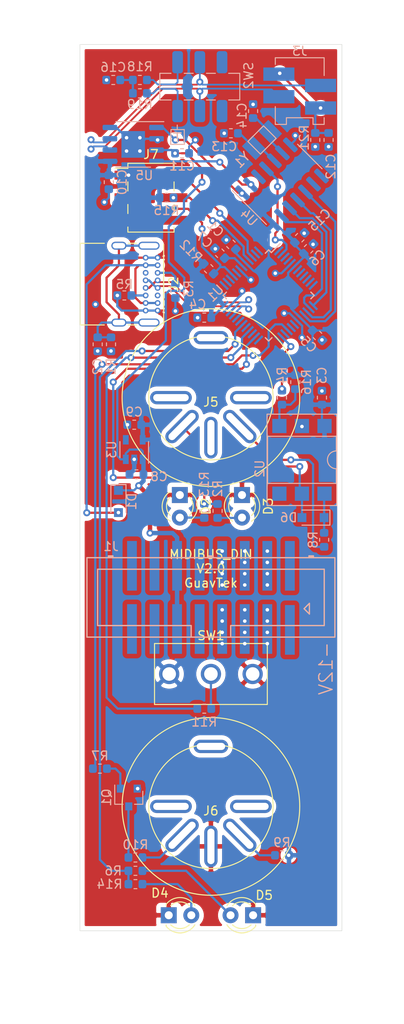
<source format=kicad_pcb>
(kicad_pcb (version 20171130) (host pcbnew "(5.1.10)-1")
  (layers (0 F.Cu signal) (31 B.Cu signal) (34 B.Paste user) (35 F.Paste user) (36 B.SilkS user) (37 F.SilkS user) (38 B.Mask user) (39 F.Mask user) (44 Edge.Cuts user))
  (net 0 "")
  (net 1 +5V)
  (net 2 GND)
  (net 3 "Net-(D2-Pad2)")
  (net 4 "Net-(D4-Pad2)")
  (net 5 "Net-(D6-Pad1)")
  (net 6 "Net-(D6-Pad2)")
  (net 7 "Net-(J5-Pad4)")
  (net 8 "Net-(J6-Pad4)")
  (net 9 "Net-(J6-Pad5)")
  (net 10 "Net-(Q1-Pad1)")
  (net 11 "Net-(Q1-Pad3)")
  (net 12 DIN_IN)
  (net 13 ActivityDIN)
  (net 14 DIN_OUT)
  (net 15 Merge_Butt)
  (net 16 "Net-(R11-Pad1)")
  (net 17 +3V3)
  (net 18 "Net-(C2-Pad1)")
  (net 19 "Net-(C7-Pad1)")
  (net 20 VBUS)
  (net 21 "Net-(D3-Pad2)")
  (net 22 "Net-(D5-Pad2)")
  (net 23 USB_D+)
  (net 24 "Net-(J2-PadB5)")
  (net 25 USB_D-)
  (net 26 "Net-(J2-PadA5)")
  (net 27 SWDIO)
  (net 28 SWCLK)
  (net 29 RST)
  (net 30 "Net-(R16-Pad2)")
  (net 31 MIDIBUS+)
  (net 32 MIDIBUS-)
  (net 33 "Net-(R18-Pad2)")
  (net 34 "Net-(R19-Pad2)")
  (net 35 "Net-(C12-Pad1)")
  (net 36 "Net-(C13-Pad1)")
  (net 37 "Net-(C14-Pad1)")
  (net 38 "Net-(C16-Pad1)")
  (net 39 SPI_SCK)
  (net 40 SPI_MOSI)
  (net 41 SPI_SS)
  (net 42 SPI_MISO)
  (net 43 CAN_INT)
  (net 44 "Net-(U4-Pad2)")
  (net 45 "Net-(U4-Pad1)")
  (net 46 ActivityBUS)
  (net 47 "Net-(J1-Pad1)")
  (net 48 "Net-(J1-Pad2)")
  (net 49 "Net-(J1-Pad9)")
  (net 50 "Net-(J1-Pad10)")
  (net 51 "Net-(J1-Pad14)")
  (net 52 "Net-(J1-Pad13)")
  (net 53 "Net-(J1-Pad15)")
  (net 54 "Net-(J1-Pad16)")
  (net 55 "Net-(J2-PadB8)")
  (net 56 "Net-(J2-PadA8)")
  (net 57 "Net-(J5-Pad3)")
  (net 58 "Net-(J5-Pad1)")
  (net 59 "Net-(J5-Pad2)")
  (net 60 "Net-(J6-Pad3)")
  (net 61 "Net-(J6-Pad1)")
  (net 62 "Net-(J7-Pad6)")
  (net 63 "Net-(SW2-Pad6)")
  (net 64 "Net-(SW2-Pad3)")
  (net 65 "Net-(U1-Pad48)")
  (net 66 "Net-(U1-Pad47)")
  (net 67 "Net-(U1-Pad41)")
  (net 68 "Net-(U1-Pad39)")
  (net 69 "Net-(U1-Pad38)")
  (net 70 "Net-(U1-Pad37)")
  (net 71 "Net-(U1-Pad32)")
  (net 72 "Net-(U1-Pad31)")
  (net 73 "Net-(U1-Pad29)")
  (net 74 "Net-(U1-Pad27)")
  (net 75 "Net-(U1-Pad25)")
  (net 76 "Net-(U1-Pad24)")
  (net 77 "Net-(U1-Pad22)")
  (net 78 "Net-(U1-Pad20)")
  (net 79 "Net-(U1-Pad19)")
  (net 80 "Net-(U1-Pad12)")
  (net 81 "Net-(U1-Pad11)")
  (net 82 "Net-(U1-Pad10)")
  (net 83 "Net-(U1-Pad9)")
  (net 84 "Net-(U1-Pad8)")
  (net 85 "Net-(U1-Pad7)")
  (net 86 "Net-(U1-Pad4)")
  (net 87 "Net-(U1-Pad3)")
  (net 88 "Net-(U1-Pad1)")
  (net 89 "Net-(U2-Pad3)")
  (net 90 "Net-(U3-Pad4)")
  (net 91 "Net-(U4-Pad9)")
  (net 92 "Net-(U4-Pad8)")
  (net 93 "Net-(U4-Pad3)")
  (module Custom_FP:Crystal_2pin_2.0x2.5mm (layer B.Cu) (at 95.75 56.5 45)
    (fp_text reference Y1 (at -3.181981 0 45) (layer B.SilkS) (effects (justify mirror)))
    (fp_text value 20MHz)
    (pad 2 smd rect (at 1.25 0 45) (size 1.7 2.2) (layers B.Cu B.Paste B.Mask) (net 37 "Net-(C14-Pad1)"))
    (pad 1 smd rect (at -1.25 0 45) (size 1.7 2.2) (layers B.Cu B.Paste B.Mask) (net 36 "Net-(C13-Pad1)"))
  )
  (module Custom_FP:SlideDPDT_JS202011 (layer B.Cu) (at 88.75 50.5 270)
    (fp_text reference SW2 (at -1.25 -5.5 90) (layer B.SilkS) (effects (justify mirror)))
    (fp_text value SW_Push_DPDT)
    (pad 6 smd roundrect (at 2.75 -2.5 270) (size 2.5 1.2) (layers B.Cu B.Paste B.Mask) (net 63 "Net-(SW2-Pad6)"))
    (pad 5 smd roundrect (at 2.75 0 270) (size 2.5 1.2) (layers B.Cu B.Paste B.Mask) (net 32 MIDIBUS-))
    (pad 4 smd roundrect (at 2.75 2.5 270) (size 2.5 1.2) (layers B.Cu B.Paste B.Mask) (net 34 "Net-(R19-Pad2)"))
    (pad 3 smd roundrect (at -2.75 -2.5 270) (size 2.5 1.2) (layers B.Cu B.Paste B.Mask) (net 64 "Net-(SW2-Pad3)"))
    (pad 2 smd roundrect (at -2.75 0 270) (size 2.5 1.2) (layers B.Cu B.Paste B.Mask) (net 31 MIDIBUS+))
    (pad 1 smd roundrect (at -2.75 2.5 270) (size 2.5 1.2) (layers B.Cu B.Paste B.Mask) (net 33 "Net-(R18-Pad2)"))
  )
  (module Custom_FP:SlideSwitch-SS12D10 (layer F.Cu) (at 90 116.6)
    (fp_text reference SW1 (at 0 -4.318) (layer F.SilkS))
    (fp_text value SW_SPDT)
    (pad 3 thru_hole circle (at 4.7 0) (size 2.286 2.286) (drill 1.524) (layers *.Cu *.Mask) (net 2 GND))
    (pad 1 thru_hole circle (at -4.7 0) (size 2.286 2.286) (drill 1.524) (layers *.Cu *.Mask) (net 17 +3V3))
    (pad 2 thru_hole circle (at 0 0) (size 2.286 2.286) (drill 1.524) (layers *.Cu *.Mask) (net 16 "Net-(R11-Pad1)"))
  )
  (module Custom_FP:DIN-5_Hirschmann_MAB5100S (layer F.Cu) (at 90 131.5)
    (fp_text reference J6 (at 0 0.5) (layer F.SilkS))
    (fp_text value MAB5100S)
    (pad 5 thru_hole oval (at -3.25 3.25 315) (size 1.5 4.7) (drill oval 0.8 4) (layers *.Cu *.Mask) (net 9 "Net-(J6-Pad5)"))
    (pad 4 thru_hole oval (at 3.25 3.25 45) (size 1.5 4.7) (drill oval 0.8 4) (layers *.Cu *.Mask) (net 8 "Net-(J6-Pad4)"))
    (pad 3 thru_hole oval (at -4.5 0 90) (size 1.5 4.7) (drill oval 0.8 4) (layers *.Cu *.Mask) (net 60 "Net-(J6-Pad3)"))
    (pad 1 thru_hole oval (at 4.5 0 90) (size 1.5 4.7) (drill oval 0.8 4) (layers *.Cu *.Mask) (net 61 "Net-(J6-Pad1)"))
    (pad "" np_thru_hole oval (at 0 -6.75) (size 3.9 1.5) (drill oval 3.2 0.8) (layers *.Cu *.Mask))
    (pad 2 thru_hole oval (at 0 4.5) (size 1.5 4.7) (drill oval 0.8 4) (layers *.Cu *.Mask) (net 2 GND))
  )
  (module Custom_FP:DIN-5_Hirschmann_MAB5100S (layer F.Cu) (at 90 85.5)
    (fp_text reference J5 (at 0 0.5) (layer F.SilkS))
    (fp_text value MAB5100S)
    (pad 5 thru_hole oval (at -3.25 3.25 315) (size 1.5 4.7) (drill oval 0.8 4) (layers *.Cu *.Mask) (net 6 "Net-(D6-Pad2)"))
    (pad 4 thru_hole oval (at 3.25 3.25 45) (size 1.5 4.7) (drill oval 0.8 4) (layers *.Cu *.Mask) (net 7 "Net-(J5-Pad4)"))
    (pad 3 thru_hole oval (at -4.5 0 90) (size 1.5 4.7) (drill oval 0.8 4) (layers *.Cu *.Mask) (net 57 "Net-(J5-Pad3)"))
    (pad 1 thru_hole oval (at 4.5 0 90) (size 1.5 4.7) (drill oval 0.8 4) (layers *.Cu *.Mask) (net 58 "Net-(J5-Pad1)"))
    (pad "" np_thru_hole oval (at 0 -6.75) (size 3.9 1.5) (drill oval 3.2 0.8) (layers *.Cu *.Mask))
    (pad 2 thru_hole oval (at 0 4.5) (size 1.5 4.7) (drill oval 0.8 4) (layers *.Cu *.Mask) (net 59 "Net-(J5-Pad2)"))
  )
  (module Custom_FP:MicroMatch_04_Vertical_SMD (layer B.Cu) (at 100 51 270)
    (fp_text reference J3 (at -4.5 0 180) (layer B.SilkS) (effects (justify mirror)))
    (fp_text value Conn_01x04)
    (pad 4 smd rect (at -1.905 2.35 270) (size 1.5 3.5) (layers B.Cu B.Paste B.Mask) (net 35 "Net-(C12-Pad1)"))
    (pad 3 smd rect (at -0.635 -2.35 270) (size 1.5 3.5) (layers B.Cu B.Paste B.Mask) (net 31 MIDIBUS+))
    (pad 2 smd rect (at 0.635 2.35 270) (size 1.5 3.5) (layers B.Cu B.Paste B.Mask) (net 32 MIDIBUS-))
    (pad 1 smd rect (at 1.905 -2.35 270) (size 1.5 3.5) (layers B.Cu B.Paste B.Mask) (net 35 "Net-(C12-Pad1)"))
  )
  (module Custom_FP:USB_C_Receptacle_GCT_USB4085_Slimmed (layer F.Cu) (at 84 69.75 270)
    (fp_text reference J2 (at 2.975 -1.8 90) (layer F.SilkS))
    (fp_text value USB_C_Receptacle_USB2.0)
    (pad S1 thru_hole oval (at 7.3 4.36 270) (size 0.9 1.7) (drill oval 0.6 1.4) (layers *.Cu *.Mask) (net 18 "Net-(C2-Pad1)"))
    (pad S1 thru_hole oval (at -1.35 4.36 270) (size 0.9 1.7) (drill oval 0.6 1.4) (layers *.Cu *.Mask) (net 18 "Net-(C2-Pad1)"))
    (pad S1 thru_hole oval (at 7.3 0.98 270) (size 0.9 2.4) (drill oval 0.6 2.1) (layers *.Cu *.Mask) (net 18 "Net-(C2-Pad1)"))
    (pad S1 thru_hole oval (at -1.35 0.98 270) (size 0.9 2.4) (drill oval 0.6 2.1) (layers *.Cu *.Mask) (net 18 "Net-(C2-Pad1)"))
    (pad B6 thru_hole circle (at 3.4 1.35 270) (size 0.65 0.65) (drill 0.35) (layers *.Cu *.Mask) (net 23 USB_D+))
    (pad B1 thru_hole circle (at 5.95 1.35 270) (size 0.65 0.65) (drill 0.35) (layers *.Cu *.Mask) (net 2 GND))
    (pad B4 thru_hole circle (at 5.1 1.35 270) (size 0.65 0.65) (drill 0.35) (layers *.Cu *.Mask) (net 20 VBUS))
    (pad B5 thru_hole circle (at 4.25 1.35 270) (size 0.65 0.65) (drill 0.35) (layers *.Cu *.Mask) (net 24 "Net-(J2-PadB5)"))
    (pad B12 thru_hole circle (at 0 1.35 270) (size 0.65 0.65) (drill 0.35) (layers *.Cu *.Mask) (net 2 GND))
    (pad B8 thru_hole circle (at 1.7 1.35 270) (size 0.65 0.65) (drill 0.35) (layers *.Cu *.Mask) (net 55 "Net-(J2-PadB8)"))
    (pad B7 thru_hole circle (at 2.55 1.35 270) (size 0.65 0.65) (drill 0.35) (layers *.Cu *.Mask) (net 25 USB_D-))
    (pad B9 thru_hole circle (at 0.85 1.35 270) (size 0.65 0.65) (drill 0.35) (layers *.Cu *.Mask) (net 20 VBUS))
    (pad A12 thru_hole circle (at 5.95 0 270) (size 0.65 0.65) (drill 0.35) (layers *.Cu *.Mask) (net 2 GND))
    (pad A9 thru_hole circle (at 5.1 0 270) (size 0.65 0.65) (drill 0.35) (layers *.Cu *.Mask) (net 20 VBUS))
    (pad A8 thru_hole circle (at 4.25 0 270) (size 0.65 0.65) (drill 0.35) (layers *.Cu *.Mask) (net 56 "Net-(J2-PadA8)"))
    (pad A7 thru_hole circle (at 3.4 0 270) (size 0.65 0.65) (drill 0.35) (layers *.Cu *.Mask) (net 25 USB_D-))
    (pad A6 thru_hole circle (at 2.55 0 270) (size 0.65 0.65) (drill 0.35) (layers *.Cu *.Mask) (net 23 USB_D+))
    (pad A5 thru_hole circle (at 1.7 0 270) (size 0.65 0.65) (drill 0.35) (layers *.Cu *.Mask) (net 26 "Net-(J2-PadA5)"))
    (pad A4 thru_hole circle (at 0.85 0 270) (size 0.65 0.65) (drill 0.35) (layers *.Cu *.Mask) (net 20 VBUS))
    (pad A1 thru_hole circle (at 0 0 270) (size 0.65 0.65) (drill 0.35) (layers *.Cu *.Mask) (net 2 GND))
  )
  (module Custom_FP:Header_2x8_Shrouded_SMD (layer B.Cu) (at 98.89 109.25 180)
    (fp_text reference J1 (at 20.14 7) (layer B.SilkS) (effects (justify mirror)))
    (fp_text value Conn_02x08_Odd_Even)
    (pad 1 smd rect (at 0 -2.3876 180) (size 1.1 5.588) (layers B.Cu B.Paste B.Mask) (net 47 "Net-(J1-Pad1)"))
    (pad 3 smd rect (at 2.54 -2.286 180) (size 1.1 5.588) (layers B.Cu B.Paste B.Mask) (net 2 GND))
    (pad 2 smd rect (at 0 4.826 180) (size 1.1 5.588) (layers B.Cu B.Paste B.Mask) (net 48 "Net-(J1-Pad2)"))
    (pad 4 smd rect (at 2.54 4.826 180) (size 1.1 5.588) (layers B.Cu B.Paste B.Mask) (net 2 GND))
    (pad 5 smd rect (at 5.08 -2.286 180) (size 1.1 5.588) (layers B.Cu B.Paste B.Mask) (net 2 GND))
    (pad 6 smd rect (at 5.08 4.826 180) (size 1.1 5.588) (layers B.Cu B.Paste B.Mask) (net 2 GND))
    (pad 7 smd rect (at 7.62 -2.286 180) (size 1.1 5.588) (layers B.Cu B.Paste B.Mask) (net 2 GND))
    (pad 8 smd rect (at 7.62 4.826 180) (size 1.1 5.588) (layers B.Cu B.Paste B.Mask) (net 2 GND))
    (pad 9 smd rect (at 10.16 -2.286 180) (size 1.1 5.588) (layers B.Cu B.Paste B.Mask) (net 49 "Net-(J1-Pad9)"))
    (pad 10 smd rect (at 10.16 4.826 180) (size 1.1 5.588) (layers B.Cu B.Paste B.Mask) (net 50 "Net-(J1-Pad10)"))
    (pad 12 smd rect (at 12.7 4.826 180) (size 1.1 5.588) (layers B.Cu B.Paste B.Mask) (net 1 +5V))
    (pad 11 smd rect (at 12.7 -2.286 180) (size 1.1 5.588) (layers B.Cu B.Paste B.Mask) (net 1 +5V))
    (pad 14 smd rect (at 15.24 4.826 180) (size 1.1 5.588) (layers B.Cu B.Paste B.Mask) (net 51 "Net-(J1-Pad14)"))
    (pad 13 smd rect (at 15.24 -2.286 180) (size 1.1 5.588) (layers B.Cu B.Paste B.Mask) (net 52 "Net-(J1-Pad13)"))
    (pad 15 smd rect (at 17.78 -2.286 180) (size 1.1 5.588) (layers B.Cu B.Paste B.Mask) (net 53 "Net-(J1-Pad15)"))
    (pad 16 smd rect (at 17.78 4.826 180) (size 1.1 5.588) (layers B.Cu B.Paste B.Mask) (net 54 "Net-(J1-Pad16)"))
  )
  (module Resistor_SMD:R_0603_1608Metric (layer B.Cu) (at 85 63)
    (fp_text reference R15 (at 0 1.43) (layer B.SilkS) (effects (justify mirror)))
    (fp_text value 1k)
    (pad 2 smd roundrect (at 0.7875 0) (size 0.875 0.95) (layers B.Cu B.Paste B.Mask) (net 28 SWCLK))
    (pad 1 smd roundrect (at -0.7875 0) (size 0.875 0.95) (layers B.Cu B.Paste B.Mask) (net 17 +3V3))
  )
  (module LED_THT:LED_D3.0mm (layer F.Cu) (at 85.25 143.75)
    (fp_text reference D4 (at -1 -2.5) (layer F.SilkS))
    (fp_text value LED)
    (pad 2 thru_hole circle (at 2.54 0) (size 1.8 1.8) (drill 0.9) (layers *.Cu *.Mask) (net 4 "Net-(D4-Pad2)"))
    (pad 1 thru_hole rect (at 0 0) (size 1.8 1.8) (drill 0.9) (layers *.Cu *.Mask) (net 2 GND))
  )
  (module Package_QFP:TQFP-48_7x7mm_P0.5mm (layer B.Cu) (at 96.5 74 225)
    (fp_text reference U1 (at 4.065864 4.419417 45) (layer B.SilkS) (effects (justify mirror)))
    (fp_text value ATSAMD21G15B-A)
    (pad 48 smd rect (at -2.75 4.35 135) (size 1.3 0.25) (layers B.Cu B.Paste B.Mask) (net 65 "Net-(U1-Pad48)"))
    (pad 47 smd rect (at -2.25 4.35 135) (size 1.3 0.25) (layers B.Cu B.Paste B.Mask) (net 66 "Net-(U1-Pad47)"))
    (pad 46 smd rect (at -1.75 4.35 135) (size 1.3 0.25) (layers B.Cu B.Paste B.Mask) (net 27 SWDIO))
    (pad 45 smd rect (at -1.25 4.35 135) (size 1.3 0.25) (layers B.Cu B.Paste B.Mask) (net 28 SWCLK))
    (pad 44 smd rect (at -0.75 4.35 135) (size 1.3 0.25) (layers B.Cu B.Paste B.Mask) (net 17 +3V3))
    (pad 43 smd rect (at -0.25 4.35 135) (size 1.3 0.25) (layers B.Cu B.Paste B.Mask) (net 19 "Net-(C7-Pad1)"))
    (pad 42 smd rect (at 0.25 4.35 135) (size 1.3 0.25) (layers B.Cu B.Paste B.Mask) (net 2 GND))
    (pad 41 smd rect (at 0.75 4.35 135) (size 1.3 0.25) (layers B.Cu B.Paste B.Mask) (net 67 "Net-(U1-Pad41)"))
    (pad 40 smd rect (at 1.25 4.35 135) (size 1.3 0.25) (layers B.Cu B.Paste B.Mask) (net 29 RST))
    (pad 39 smd rect (at 1.75 4.35 135) (size 1.3 0.25) (layers B.Cu B.Paste B.Mask) (net 68 "Net-(U1-Pad39)"))
    (pad 38 smd rect (at 2.25 4.35 135) (size 1.3 0.25) (layers B.Cu B.Paste B.Mask) (net 69 "Net-(U1-Pad38)"))
    (pad 37 smd rect (at 2.75 4.35 135) (size 1.3 0.25) (layers B.Cu B.Paste B.Mask) (net 70 "Net-(U1-Pad37)"))
    (pad 36 smd rect (at 4.35 2.75 225) (size 1.3 0.25) (layers B.Cu B.Paste B.Mask) (net 17 +3V3))
    (pad 35 smd rect (at 4.35 2.25 225) (size 1.3 0.25) (layers B.Cu B.Paste B.Mask) (net 2 GND))
    (pad 34 smd rect (at 4.35 1.75 225) (size 1.3 0.25) (layers B.Cu B.Paste B.Mask) (net 23 USB_D+))
    (pad 33 smd rect (at 4.35 1.25 225) (size 1.3 0.25) (layers B.Cu B.Paste B.Mask) (net 25 USB_D-))
    (pad 32 smd rect (at 4.35 0.75 225) (size 1.3 0.25) (layers B.Cu B.Paste B.Mask) (net 71 "Net-(U1-Pad32)"))
    (pad 31 smd rect (at 4.35 0.25 225) (size 1.3 0.25) (layers B.Cu B.Paste B.Mask) (net 72 "Net-(U1-Pad31)"))
    (pad 30 smd rect (at 4.35 -0.25 225) (size 1.3 0.25) (layers B.Cu B.Paste B.Mask) (net 13 ActivityDIN))
    (pad 29 smd rect (at 4.35 -0.75 225) (size 1.3 0.25) (layers B.Cu B.Paste B.Mask) (net 73 "Net-(U1-Pad29)"))
    (pad 28 smd rect (at 4.35 -1.25 225) (size 1.3 0.25) (layers B.Cu B.Paste B.Mask) (net 15 Merge_Butt))
    (pad 27 smd rect (at 4.35 -1.75 225) (size 1.3 0.25) (layers B.Cu B.Paste B.Mask) (net 74 "Net-(U1-Pad27)"))
    (pad 26 smd rect (at 4.35 -2.25 225) (size 1.3 0.25) (layers B.Cu B.Paste B.Mask) (net 46 ActivityBUS))
    (pad 25 smd rect (at 4.35 -2.75 225) (size 1.3 0.25) (layers B.Cu B.Paste B.Mask) (net 75 "Net-(U1-Pad25)"))
    (pad 24 smd rect (at 2.75 -4.35 135) (size 1.3 0.25) (layers B.Cu B.Paste B.Mask) (net 76 "Net-(U1-Pad24)"))
    (pad 23 smd rect (at 2.25 -4.35 135) (size 1.3 0.25) (layers B.Cu B.Paste B.Mask) (net 12 DIN_IN))
    (pad 22 smd rect (at 1.75 -4.35 135) (size 1.3 0.25) (layers B.Cu B.Paste B.Mask) (net 77 "Net-(U1-Pad22)"))
    (pad 21 smd rect (at 1.25 -4.35 135) (size 1.3 0.25) (layers B.Cu B.Paste B.Mask) (net 14 DIN_OUT))
    (pad 20 smd rect (at 0.75 -4.35 135) (size 1.3 0.25) (layers B.Cu B.Paste B.Mask) (net 78 "Net-(U1-Pad20)"))
    (pad 19 smd rect (at 0.25 -4.35 135) (size 1.3 0.25) (layers B.Cu B.Paste B.Mask) (net 79 "Net-(U1-Pad19)"))
    (pad 18 smd rect (at -0.25 -4.35 135) (size 1.3 0.25) (layers B.Cu B.Paste B.Mask) (net 2 GND))
    (pad 17 smd rect (at -0.75 -4.35 135) (size 1.3 0.25) (layers B.Cu B.Paste B.Mask) (net 17 +3V3))
    (pad 16 smd rect (at -1.25 -4.35 135) (size 1.3 0.25) (layers B.Cu B.Paste B.Mask) (net 39 SPI_SCK))
    (pad 15 smd rect (at -1.75 -4.35 135) (size 1.3 0.25) (layers B.Cu B.Paste B.Mask) (net 40 SPI_MOSI))
    (pad 14 smd rect (at -2.25 -4.35 135) (size 1.3 0.25) (layers B.Cu B.Paste B.Mask) (net 41 SPI_SS))
    (pad 13 smd rect (at -2.75 -4.35 135) (size 1.3 0.25) (layers B.Cu B.Paste B.Mask) (net 42 SPI_MISO))
    (pad 12 smd rect (at -4.35 -2.75 225) (size 1.3 0.25) (layers B.Cu B.Paste B.Mask) (net 80 "Net-(U1-Pad12)"))
    (pad 11 smd rect (at -4.35 -2.25 225) (size 1.3 0.25) (layers B.Cu B.Paste B.Mask) (net 81 "Net-(U1-Pad11)"))
    (pad 10 smd rect (at -4.35 -1.75 225) (size 1.3 0.25) (layers B.Cu B.Paste B.Mask) (net 82 "Net-(U1-Pad10)"))
    (pad 9 smd rect (at -4.35 -1.25 225) (size 1.3 0.25) (layers B.Cu B.Paste B.Mask) (net 83 "Net-(U1-Pad9)"))
    (pad 8 smd rect (at -4.35 -0.75 225) (size 1.3 0.25) (layers B.Cu B.Paste B.Mask) (net 84 "Net-(U1-Pad8)"))
    (pad 7 smd rect (at -4.35 -0.25 225) (size 1.3 0.25) (layers B.Cu B.Paste B.Mask) (net 85 "Net-(U1-Pad7)"))
    (pad 6 smd rect (at -4.35 0.25 225) (size 1.3 0.25) (layers B.Cu B.Paste B.Mask) (net 17 +3V3))
    (pad 5 smd rect (at -4.35 0.75 225) (size 1.3 0.25) (layers B.Cu B.Paste B.Mask) (net 2 GND))
    (pad 4 smd rect (at -4.35 1.25 225) (size 1.3 0.25) (layers B.Cu B.Paste B.Mask) (net 86 "Net-(U1-Pad4)"))
    (pad 3 smd rect (at -4.35 1.75 225) (size 1.3 0.25) (layers B.Cu B.Paste B.Mask) (net 87 "Net-(U1-Pad3)"))
    (pad 2 smd rect (at -4.35 2.25 225) (size 1.3 0.25) (layers B.Cu B.Paste B.Mask) (net 43 CAN_INT))
    (pad 1 smd rect (at -4.35 2.75 225) (size 1.3 0.25) (layers B.Cu B.Paste B.Mask) (net 88 "Net-(U1-Pad1)"))
  )
  (module Package_SO:Infineon_PG-DSO-8-27_3.9x4.9mm_EP2.65x3mm (layer B.Cu) (at 81.25 57 180)
    (fp_text reference U5 (at -1.25 -3.5) (layer B.SilkS) (effects (justify mirror)))
    (fp_text value TLE9250V)
    (pad 9 smd rect (at 0 0 180) (size 2.65 3) (layers B.Cu B.Mask) (net 2 GND))
    (pad 8 smd roundrect (at 2.625 1.905 180) (size 1.65 0.6) (layers B.Cu B.Paste B.Mask) (net 2 GND))
    (pad 7 smd roundrect (at 2.625 0.635 180) (size 1.65 0.6) (layers B.Cu B.Paste B.Mask) (net 31 MIDIBUS+))
    (pad 6 smd roundrect (at 2.625 -0.635 180) (size 1.65 0.6) (layers B.Cu B.Paste B.Mask) (net 32 MIDIBUS-))
    (pad 5 smd roundrect (at 2.625 -1.905 180) (size 1.65 0.6) (layers B.Cu B.Paste B.Mask) (net 17 +3V3))
    (pad 4 smd roundrect (at -2.625 -1.905 180) (size 1.65 0.6) (layers B.Cu B.Paste B.Mask) (net 44 "Net-(U4-Pad2)"))
    (pad 3 smd roundrect (at -2.625 -0.635 180) (size 1.65 0.6) (layers B.Cu B.Paste B.Mask) (net 1 +5V))
    (pad 2 smd roundrect (at -2.625 0.635 180) (size 1.65 0.6) (layers B.Cu B.Paste B.Mask) (net 2 GND))
    (pad 1 smd roundrect (at -2.625 1.905 180) (size 1.65 0.6) (layers B.Cu B.Paste B.Mask) (net 45 "Net-(U4-Pad1)"))
  )
  (module Package_SO:SOIC-14_3.9x8.7mm_P1.27mm (layer B.Cu) (at 98 61.5 315)
    (fp_text reference U4 (at 0 5.28 135) (layer B.SilkS) (effects (justify mirror)))
    (fp_text value MCP2517FD-xSL)
    (pad 14 smd roundrect (at 2.475 3.81 315) (size 1.95 0.6) (layers B.Cu B.Paste B.Mask) (net 17 +3V3))
    (pad 13 smd roundrect (at 2.475 2.54 315) (size 1.95 0.6) (layers B.Cu B.Paste B.Mask) (net 41 SPI_SS))
    (pad 12 smd roundrect (at 2.475 1.27 315) (size 1.95 0.6) (layers B.Cu B.Paste B.Mask) (net 42 SPI_MISO))
    (pad 11 smd roundrect (at 2.475 0 315) (size 1.95 0.6) (layers B.Cu B.Paste B.Mask) (net 40 SPI_MOSI))
    (pad 10 smd roundrect (at 2.475 -1.27 315) (size 1.95 0.6) (layers B.Cu B.Paste B.Mask) (net 39 SPI_SCK))
    (pad 9 smd roundrect (at 2.475 -2.54 315) (size 1.95 0.6) (layers B.Cu B.Paste B.Mask) (net 91 "Net-(U4-Pad9)"))
    (pad 8 smd roundrect (at 2.475 -3.81 315) (size 1.95 0.6) (layers B.Cu B.Paste B.Mask) (net 92 "Net-(U4-Pad8)"))
    (pad 7 smd roundrect (at -2.475 -3.81 315) (size 1.95 0.6) (layers B.Cu B.Paste B.Mask) (net 2 GND))
    (pad 6 smd roundrect (at -2.475 -2.54 315) (size 1.95 0.6) (layers B.Cu B.Paste B.Mask) (net 37 "Net-(C14-Pad1)"))
    (pad 5 smd roundrect (at -2.475 -1.27 315) (size 1.95 0.6) (layers B.Cu B.Paste B.Mask) (net 36 "Net-(C13-Pad1)"))
    (pad 4 smd roundrect (at -2.475 0 315) (size 1.95 0.6) (layers B.Cu B.Paste B.Mask) (net 43 CAN_INT))
    (pad 3 smd roundrect (at -2.475 1.27 315) (size 1.95 0.6) (layers B.Cu B.Paste B.Mask) (net 93 "Net-(U4-Pad3)"))
    (pad 2 smd roundrect (at -2.475 2.54 315) (size 1.95 0.6) (layers B.Cu B.Paste B.Mask) (net 44 "Net-(U4-Pad2)"))
    (pad 1 smd roundrect (at -2.475 3.81 315) (size 1.95 0.6) (layers B.Cu B.Paste B.Mask) (net 45 "Net-(U4-Pad1)"))
  )
  (module Connector_PinHeader_2.54mm:PinHeader_2x03_P2.54mm_Vertical_SMD (layer F.Cu) (at 83.25 63)
    (fp_text reference J7 (at 0 -4.87) (layer F.SilkS))
    (fp_text value Conn_01x06)
    (pad 6 smd rect (at 2.525 2.54) (size 3.15 1) (layers F.Cu F.Paste F.Mask) (net 62 "Net-(J7-Pad6)"))
    (pad 5 smd rect (at -2.525 2.54) (size 3.15 1) (layers F.Cu F.Paste F.Mask) (net 2 GND))
    (pad 4 smd rect (at 2.525 0) (size 3.15 1) (layers F.Cu F.Paste F.Mask) (net 28 SWCLK))
    (pad 3 smd rect (at -2.525 0) (size 3.15 1) (layers F.Cu F.Paste F.Mask) (net 29 RST))
    (pad 2 smd rect (at 2.525 -2.54) (size 3.15 1) (layers F.Cu F.Paste F.Mask) (net 27 SWDIO))
    (pad 1 smd rect (at -2.525 -2.54) (size 3.15 1) (layers F.Cu F.Paste F.Mask) (net 17 +3V3))
  )
  (module Capacitor_SMD:C_0603_1608Metric (layer B.Cu) (at 79 49.75 180)
    (fp_text reference C16 (at 0 1.43) (layer B.SilkS) (effects (justify mirror)))
    (fp_text value 4.7nF)
    (pad 2 smd roundrect (at 0.7875 0 180) (size 0.875 0.95) (layers B.Cu B.Paste B.Mask) (net 2 GND))
    (pad 1 smd roundrect (at -0.7875 0 180) (size 0.875 0.95) (layers B.Cu B.Paste B.Mask) (net 38 "Net-(C16-Pad1)"))
  )
  (module Capacitor_SMD:C_0603_1608Metric (layer B.Cu) (at 100 67.5 45)
    (fp_text reference C15 (at 3.005204 0.176777 45) (layer B.SilkS) (effects (justify mirror)))
    (fp_text value 100nF)
    (pad 2 smd roundrect (at 0.7875 0 45) (size 0.875 0.95) (layers B.Cu B.Paste B.Mask) (net 2 GND))
    (pad 1 smd roundrect (at -0.7875 0 45) (size 0.875 0.95) (layers B.Cu B.Paste B.Mask) (net 17 +3V3))
  )
  (module Capacitor_SMD:C_0603_1608Metric (layer B.Cu) (at 94.75 53.25 90)
    (fp_text reference C14 (at -0.5 -1.25 90) (layer B.SilkS) (effects (justify mirror)))
    (fp_text value 15pF)
    (pad 2 smd roundrect (at 0.7875 0 90) (size 0.875 0.95) (layers B.Cu B.Paste B.Mask) (net 2 GND))
    (pad 1 smd roundrect (at -0.7875 0 90) (size 0.875 0.95) (layers B.Cu B.Paste B.Mask) (net 37 "Net-(C14-Pad1)"))
  )
  (module Capacitor_SMD:C_0603_1608Metric (layer B.Cu) (at 92.25 55.75 180)
    (fp_text reference C13 (at 0.75 -1.5) (layer B.SilkS) (effects (justify mirror)))
    (fp_text value 15pF)
    (pad 2 smd roundrect (at 0.7875 0 180) (size 0.875 0.95) (layers B.Cu B.Paste B.Mask) (net 2 GND))
    (pad 1 smd roundrect (at -0.7875 0 180) (size 0.875 0.95) (layers B.Cu B.Paste B.Mask) (net 36 "Net-(C13-Pad1)"))
  )
  (module Capacitor_SMD:C_0603_1608Metric (layer B.Cu) (at 86.75 58)
    (fp_text reference C11 (at 0 1.43) (layer B.SilkS) (effects (justify mirror)))
    (fp_text value 1µF)
    (pad 2 smd roundrect (at 0.7875 0) (size 0.875 0.95) (layers B.Cu B.Paste B.Mask) (net 2 GND))
    (pad 1 smd roundrect (at -0.7875 0) (size 0.875 0.95) (layers B.Cu B.Paste B.Mask) (net 1 +5V))
  )
  (module Resistor_SMD:R_0603_1608Metric (layer B.Cu) (at 101.75 56.5 270)
    (fp_text reference R21 (at -0.25 1.25 90) (layer B.SilkS) (effects (justify mirror)))
    (fp_text value 1M)
    (pad 2 smd roundrect (at 0.7875 0 270) (size 0.875 0.95) (layers B.Cu B.Paste B.Mask) (net 2 GND))
    (pad 1 smd roundrect (at -0.7875 0 270) (size 0.875 0.95) (layers B.Cu B.Paste B.Mask) (net 35 "Net-(C12-Pad1)"))
  )
  (module Capacitor_SMD:C_0603_1608Metric (layer B.Cu) (at 103.25 56.5 270)
    (fp_text reference C12 (at 3 -0.25 90) (layer B.SilkS) (effects (justify mirror)))
    (fp_text value 4.7nF)
    (pad 2 smd roundrect (at 0.7875 0 270) (size 0.875 0.95) (layers B.Cu B.Paste B.Mask) (net 2 GND))
    (pad 1 smd roundrect (at -0.7875 0 270) (size 0.875 0.95) (layers B.Cu B.Paste B.Mask) (net 35 "Net-(C12-Pad1)"))
  )
  (module Resistor_SMD:R_0603_1608Metric (layer B.Cu) (at 82 51.25)
    (fp_text reference R19 (at 0 1.25) (layer B.SilkS) (effects (justify mirror)))
    (fp_text value 56)
    (pad 2 smd roundrect (at 0.7875 0) (size 0.875 0.95) (layers B.Cu B.Paste B.Mask) (net 34 "Net-(R19-Pad2)"))
    (pad 1 smd roundrect (at -0.7875 0) (size 0.875 0.95) (layers B.Cu B.Paste B.Mask) (net 38 "Net-(C16-Pad1)"))
  )
  (module Resistor_SMD:R_0603_1608Metric (layer B.Cu) (at 82 49.75)
    (fp_text reference R18 (at 0 -1.5) (layer B.SilkS) (effects (justify mirror)))
    (fp_text value 56)
    (pad 2 smd roundrect (at 0.7875 0) (size 0.875 0.95) (layers B.Cu B.Paste B.Mask) (net 33 "Net-(R18-Pad2)"))
    (pad 1 smd roundrect (at -0.7875 0) (size 0.875 0.95) (layers B.Cu B.Paste B.Mask) (net 38 "Net-(C16-Pad1)"))
  )
  (module Capacitor_SMD:C_0603_1608Metric (layer B.Cu) (at 78.5 61.25 270)
    (fp_text reference C10 (at 0 -1.5 90) (layer B.SilkS) (effects (justify mirror)))
    (fp_text value 100nF)
    (pad 2 smd roundrect (at 0.7875 0 270) (size 0.875 0.95) (layers B.Cu B.Paste B.Mask) (net 2 GND))
    (pad 1 smd roundrect (at -0.7875 0 270) (size 0.875 0.95) (layers B.Cu B.Paste B.Mask) (net 17 +3V3))
  )
  (module Package_TO_SOT_SMD:SOT-23-5 (layer B.Cu) (at 81.364 91.342 90)
    (fp_text reference U3 (at 0 -2.54 90) (layer B.SilkS) (effects (justify mirror)))
    (fp_text value MIC5504-3.3YM5)
    (pad 5 smd rect (at 1.1 0.95 90) (size 1.06 0.65) (layers B.Cu B.Paste B.Mask) (net 17 +3V3))
    (pad 4 smd rect (at 1.1 -0.95 90) (size 1.06 0.65) (layers B.Cu B.Paste B.Mask) (net 90 "Net-(U3-Pad4)"))
    (pad 3 smd rect (at -1.1 -0.95 90) (size 1.06 0.65) (layers B.Cu B.Paste B.Mask) (net 1 +5V))
    (pad 2 smd rect (at -1.1 0 90) (size 1.06 0.65) (layers B.Cu B.Paste B.Mask) (net 2 GND))
    (pad 1 smd rect (at -1.1 0.95 90) (size 1.06 0.65) (layers B.Cu B.Paste B.Mask) (net 1 +5V))
  )
  (module Resistor_SMD:R_0603_1608Metric (layer B.Cu) (at 99.5 83.75 270)
    (fp_text reference R16 (at 0 -1.25 270) (layer B.SilkS) (effects (justify mirror)))
    (fp_text value 10k)
    (pad 2 smd roundrect (at 0.7875 0 270) (size 0.875 0.95) (layers B.Cu B.Paste B.Mask) (net 30 "Net-(R16-Pad2)"))
    (pad 1 smd roundrect (at -0.7875 0 270) (size 0.875 0.95) (layers B.Cu B.Paste B.Mask) (net 17 +3V3))
  )
  (module Resistor_SMD:R_0603_1608Metric (layer B.Cu) (at 81.5 140.25 180)
    (fp_text reference R14 (at 2.914 0) (layer B.SilkS) (effects (justify mirror)))
    (fp_text value 1k)
    (pad 2 smd roundrect (at 0.7875 0 180) (size 0.875 0.95) (layers B.Cu B.Paste B.Mask) (net 13 ActivityDIN))
    (pad 1 smd roundrect (at -0.7875 0 180) (size 0.875 0.95) (layers B.Cu B.Paste B.Mask) (net 4 "Net-(D4-Pad2)"))
  )
  (module Resistor_SMD:R_0603_1608Metric (layer B.Cu) (at 89.25 98.25 90)
    (fp_text reference R13 (at 3 0 90) (layer B.SilkS) (effects (justify mirror)))
    (fp_text value 1k)
    (pad 2 smd roundrect (at 0.7875 0 90) (size 0.875 0.95) (layers B.Cu B.Paste B.Mask) (net 46 ActivityBUS))
    (pad 1 smd roundrect (at -0.7875 0 90) (size 0.875 0.95) (layers B.Cu B.Paste B.Mask) (net 3 "Net-(D2-Pad2)"))
  )
  (module Resistor_SMD:R_0603_1608Metric (layer B.Cu) (at 89.75 71 315)
    (fp_text reference R12 (at -2.828427 0 135) (layer B.SilkS) (effects (justify mirror)))
    (fp_text value 10k)
    (pad 2 smd roundrect (at 0.7875 0 315) (size 0.875 0.95) (layers B.Cu B.Paste B.Mask) (net 29 RST))
    (pad 1 smd roundrect (at -0.7875 0 315) (size 0.875 0.95) (layers B.Cu B.Paste B.Mask) (net 17 +3V3))
  )
  (module Resistor_SMD:R_0603_1608Metric (layer B.Cu) (at 80.25 74)
    (fp_text reference R5 (at 0 -1.25) (layer B.SilkS) (effects (justify mirror)))
    (fp_text value 5k1)
    (pad 2 smd roundrect (at 0.7875 0) (size 0.875 0.95) (layers B.Cu B.Paste B.Mask) (net 24 "Net-(J2-PadB5)"))
    (pad 1 smd roundrect (at -0.7875 0) (size 0.875 0.95) (layers B.Cu B.Paste B.Mask) (net 2 GND))
  )
  (module Resistor_SMD:R_0603_1608Metric (layer B.Cu) (at 86 73.5 90)
    (fp_text reference R3 (at 0.25 1.5 90) (layer B.SilkS) (effects (justify mirror)))
    (fp_text value 5k1)
    (pad 2 smd roundrect (at 0.7875 0 90) (size 0.875 0.95) (layers B.Cu B.Paste B.Mask) (net 26 "Net-(J2-PadA5)"))
    (pad 1 smd roundrect (at -0.7875 0 90) (size 0.875 0.95) (layers B.Cu B.Paste B.Mask) (net 2 GND))
  )
  (module Resistor_SMD:R_0603_1608Metric (layer B.Cu) (at 78.75 79.5 270)
    (fp_text reference R1 (at 2.5 0 90) (layer B.SilkS) (effects (justify mirror)))
    (fp_text value 1M)
    (pad 2 smd roundrect (at 0.7875 0 270) (size 0.875 0.95) (layers B.Cu B.Paste B.Mask) (net 2 GND))
    (pad 1 smd roundrect (at -0.7875 0 270) (size 0.875 0.95) (layers B.Cu B.Paste B.Mask) (net 18 "Net-(C2-Pad1)"))
  )
  (module Diode_SMD:D_SOD-323_HandSoldering (layer B.Cu) (at 79.586 97.184 270)
    (fp_text reference D1 (at 0 -1.5 90) (layer B.SilkS) (effects (justify mirror)))
    (fp_text value SD103)
    (pad 2 smd rect (at 1.25 0 270) (size 1 1) (layers B.Cu B.Paste B.Mask) (net 20 VBUS))
    (pad 1 smd rect (at -1.25 0 270) (size 1 1) (layers B.Cu B.Paste B.Mask) (net 1 +5V))
  )
  (module Capacitor_SMD:C_0603_1608Metric (layer B.Cu) (at 81.364 88.548 180)
    (fp_text reference C9 (at 0 1.43) (layer B.SilkS) (effects (justify mirror)))
    (fp_text value 1µF)
    (pad 2 smd roundrect (at 0.7875 0 180) (size 0.875 0.95) (layers B.Cu B.Paste B.Mask) (net 2 GND))
    (pad 1 smd roundrect (at -0.7875 0 180) (size 0.875 0.95) (layers B.Cu B.Paste B.Mask) (net 17 +3V3))
  )
  (module Capacitor_SMD:C_0603_1608Metric (layer B.Cu) (at 81.618 94.136 180)
    (fp_text reference C8 (at -2.54 -0.254) (layer B.SilkS) (effects (justify mirror)))
    (fp_text value 1µF)
    (pad 2 smd roundrect (at 0.7875 0 180) (size 0.875 0.95) (layers B.Cu B.Paste B.Mask) (net 2 GND))
    (pad 1 smd roundrect (at -0.7875 0 180) (size 0.875 0.95) (layers B.Cu B.Paste B.Mask) (net 1 +5V))
  )
  (module Capacitor_SMD:C_0603_1608Metric (layer B.Cu) (at 91 69.25 135)
    (fp_text reference C7 (at 2.298097 -0.176777 135) (layer B.SilkS) (effects (justify mirror)))
    (fp_text value 1µF)
    (pad 2 smd roundrect (at 0.7875 0 135) (size 0.875 0.95) (layers B.Cu B.Paste B.Mask) (net 2 GND))
    (pad 1 smd roundrect (at -0.7875 0 135) (size 0.875 0.95) (layers B.Cu B.Paste B.Mask) (net 19 "Net-(C7-Pad1)"))
  )
  (module Capacitor_SMD:C_0603_1608Metric (layer B.Cu) (at 101 68.75 45)
    (fp_text reference C6 (at 0 1.43 45) (layer B.SilkS) (effects (justify mirror)))
    (fp_text value 100nF)
    (pad 2 smd roundrect (at 0.7875 0 45) (size 0.875 0.95) (layers B.Cu B.Paste B.Mask) (net 2 GND))
    (pad 1 smd roundrect (at -0.7875 0 45) (size 0.875 0.95) (layers B.Cu B.Paste B.Mask) (net 17 +3V3))
  )
  (module Capacitor_SMD:C_0603_1608Metric (layer B.Cu) (at 102 78.5 315)
    (fp_text reference C5 (at 0 1.43 135) (layer B.SilkS) (effects (justify mirror)))
    (fp_text value 100nF)
    (pad 2 smd roundrect (at 0.7875 0 315) (size 0.875 0.95) (layers B.Cu B.Paste B.Mask) (net 2 GND))
    (pad 1 smd roundrect (at -0.7875 0 315) (size 0.875 0.95) (layers B.Cu B.Paste B.Mask) (net 17 +3V3))
  )
  (module Capacitor_SMD:C_0603_1608Metric (layer B.Cu) (at 89.25 76.5 180)
    (fp_text reference C4 (at 0.75 1.5) (layer B.SilkS) (effects (justify mirror)))
    (fp_text value 100nF)
    (pad 2 smd roundrect (at 0.7875 0 180) (size 0.875 0.95) (layers B.Cu B.Paste B.Mask) (net 2 GND))
    (pad 1 smd roundrect (at -0.7875 0 180) (size 0.875 0.95) (layers B.Cu B.Paste B.Mask) (net 17 +3V3))
  )
  (module Capacitor_SMD:C_0603_1608Metric (layer B.Cu) (at 77.25 79.5 270)
    (fp_text reference C2 (at 2.5 0 90) (layer B.SilkS) (effects (justify mirror)))
    (fp_text value 4.7nF)
    (pad 2 smd roundrect (at 0.7875 0 270) (size 0.875 0.95) (layers B.Cu B.Paste B.Mask) (net 2 GND))
    (pad 1 smd roundrect (at -0.7875 0 270) (size 0.875 0.95) (layers B.Cu B.Paste B.Mask) (net 18 "Net-(C2-Pad1)"))
  )
  (module Capacitor_SMD:C_0603_1608Metric (layer B.Cu) (at 92.25 68.25 135)
    (fp_text reference C1 (at 2.474874 0 135) (layer B.SilkS) (effects (justify mirror)))
    (fp_text value 100nF)
    (pad 1 smd roundrect (at -0.7875 0 135) (size 0.875 0.95) (layers B.Cu B.Paste B.Mask) (net 17 +3V3))
    (pad 2 smd roundrect (at 0.7875 0 135) (size 0.875 0.95) (layers B.Cu B.Paste B.Mask) (net 2 GND))
  )
  (module LED_THT:LED_D3.0mm (layer F.Cu) (at 86.5 96.46 270)
    (fp_text reference D2 (at 1.27 -2.96 90) (layer F.SilkS))
    (fp_text value LED)
    (pad 1 thru_hole rect (at 0 0 270) (size 1.8 1.8) (drill 0.9) (layers *.Cu *.Mask) (net 2 GND))
    (pad 2 thru_hole circle (at 2.54 0 270) (size 1.8 1.8) (drill 0.9) (layers *.Cu *.Mask) (net 3 "Net-(D2-Pad2)"))
  )
  (module LED_THT:LED_D3.0mm (layer F.Cu) (at 93.5 96.46 270)
    (fp_text reference D3 (at 1.27 -2.96 90) (layer F.SilkS))
    (fp_text value LED)
    (pad 1 thru_hole rect (at 0 0 270) (size 1.8 1.8) (drill 0.9) (layers *.Cu *.Mask) (net 2 GND))
    (pad 2 thru_hole circle (at 2.54 0 270) (size 1.8 1.8) (drill 0.9) (layers *.Cu *.Mask) (net 21 "Net-(D3-Pad2)"))
  )
  (module LED_THT:LED_D3.0mm (layer F.Cu) (at 94.75 143.75 180)
    (fp_text reference D5 (at -1.25 2.25) (layer F.SilkS))
    (fp_text value LED)
    (pad 2 thru_hole circle (at 2.54 0 180) (size 1.8 1.8) (drill 0.9) (layers *.Cu *.Mask) (net 22 "Net-(D5-Pad2)"))
    (pad 1 thru_hole rect (at 0 0 180) (size 1.8 1.8) (drill 0.9) (layers *.Cu *.Mask) (net 2 GND))
  )
  (module Package_TO_SOT_SMD:SOT-23 (layer B.Cu) (at 80.75 130.5 270)
    (fp_text reference Q1 (at 0 2.5 90) (layer B.SilkS) (effects (justify mirror)))
    (fp_text value MMBT3904)
    (pad 1 smd rect (at -1 0.95 270) (size 0.9 0.8) (layers B.Cu B.Paste B.Mask) (net 10 "Net-(Q1-Pad1)"))
    (pad 2 smd rect (at -1 -0.95 270) (size 0.9 0.8) (layers B.Cu B.Paste B.Mask) (net 2 GND))
    (pad 3 smd rect (at 1 0 270) (size 0.9 0.8) (layers B.Cu B.Paste B.Mask) (net 11 "Net-(Q1-Pad3)"))
  )
  (module Resistor_SMD:R_0603_1608Metric (layer B.Cu) (at 90.75 98.25 90)
    (fp_text reference R2 (at 2.5 0 90) (layer B.SilkS) (effects (justify mirror)))
    (fp_text value 1k)
    (pad 2 smd roundrect (at 0.7875 0 90) (size 0.875 0.95) (layers B.Cu B.Paste B.Mask) (net 46 ActivityBUS))
    (pad 1 smd roundrect (at -0.7875 0 90) (size 0.875 0.95) (layers B.Cu B.Paste B.Mask) (net 21 "Net-(D3-Pad2)"))
  )
  (module Resistor_SMD:R_0603_1608Metric (layer B.Cu) (at 98 85.5 90)
    (fp_text reference R4 (at 2.5 0 90) (layer B.SilkS) (effects (justify mirror)))
    (fp_text value 10k)
    (pad 1 smd roundrect (at -0.7875 0 90) (size 0.875 0.95) (layers B.Cu B.Paste B.Mask) (net 30 "Net-(R16-Pad2)"))
    (pad 2 smd roundrect (at 0.7875 0 90) (size 0.875 0.95) (layers B.Cu B.Paste B.Mask) (net 12 DIN_IN))
  )
  (module Resistor_SMD:R_0603_1608Metric (layer B.Cu) (at 81.5 138.75 180)
    (fp_text reference R6 (at 2.5 0) (layer B.SilkS) (effects (justify mirror)))
    (fp_text value 1k)
    (pad 1 smd roundrect (at -0.7875 0 180) (size 0.875 0.95) (layers B.Cu B.Paste B.Mask) (net 22 "Net-(D5-Pad2)"))
    (pad 2 smd roundrect (at 0.7875 0 180) (size 0.875 0.95) (layers B.Cu B.Paste B.Mask) (net 13 ActivityDIN))
  )
  (module Resistor_SMD:R_0603_1608Metric (layer B.Cu) (at 77.5 127.25 180)
    (fp_text reference R7 (at 0 1.43) (layer B.SilkS) (effects (justify mirror)))
    (fp_text value 10k)
    (pad 1 smd roundrect (at -0.7875 0 180) (size 0.875 0.95) (layers B.Cu B.Paste B.Mask) (net 10 "Net-(Q1-Pad1)"))
    (pad 2 smd roundrect (at 0.7875 0 180) (size 0.875 0.95) (layers B.Cu B.Paste B.Mask) (net 14 DIN_OUT))
  )
  (module Resistor_SMD:R_0603_1608Metric (layer B.Cu) (at 102.75 101.5 90)
    (fp_text reference R8 (at 0 -1.25 90) (layer B.SilkS) (effects (justify mirror)))
    (fp_text value 220R)
    (pad 1 smd roundrect (at -0.7875 0 90) (size 0.875 0.95) (layers B.Cu B.Paste B.Mask) (net 7 "Net-(J5-Pad4)"))
    (pad 2 smd roundrect (at 0.7875 0 90) (size 0.875 0.95) (layers B.Cu B.Paste B.Mask) (net 5 "Net-(D6-Pad1)"))
  )
  (module Resistor_SMD:R_0603_1608Metric (layer B.Cu) (at 98 137 180)
    (fp_text reference R9 (at 0 1.43) (layer B.SilkS) (effects (justify mirror)))
    (fp_text value 220R)
    (pad 1 smd roundrect (at -0.7875 0 180) (size 0.875 0.95) (layers B.Cu B.Paste B.Mask) (net 17 +3V3))
    (pad 2 smd roundrect (at 0.7875 0 180) (size 0.875 0.95) (layers B.Cu B.Paste B.Mask) (net 8 "Net-(J6-Pad4)"))
  )
  (module Resistor_SMD:R_0603_1608Metric (layer B.Cu) (at 81.5 137.25 180)
    (fp_text reference R10 (at 0 1.43) (layer B.SilkS) (effects (justify mirror)))
    (fp_text value 220R)
    (pad 2 smd roundrect (at 0.7875 0 180) (size 0.875 0.95) (layers B.Cu B.Paste B.Mask) (net 11 "Net-(Q1-Pad3)"))
    (pad 1 smd roundrect (at -0.7875 0 180) (size 0.875 0.95) (layers B.Cu B.Paste B.Mask) (net 9 "Net-(J6-Pad5)"))
  )
  (module Resistor_SMD:R_0603_1608Metric (layer B.Cu) (at 89.25 120.5 180)
    (fp_text reference R11 (at 0 -1.5) (layer B.SilkS) (effects (justify mirror)))
    (fp_text value 10k)
    (pad 2 smd roundrect (at 0.7875 0 180) (size 0.875 0.95) (layers B.Cu B.Paste B.Mask) (net 15 Merge_Butt))
    (pad 1 smd roundrect (at -0.7875 0 180) (size 0.875 0.95) (layers B.Cu B.Paste B.Mask) (net 16 "Net-(R11-Pad1)"))
  )
  (module Diode_SMD:D_SOD-323_HandSoldering (layer B.Cu) (at 101.5 99 180)
    (fp_text reference D6 (at 2.75 0) (layer B.SilkS) (effects (justify mirror)))
    (fp_text value D)
    (pad 1 smd rect (at -1.25 0 180) (size 1 1) (layers B.Cu B.Paste B.Mask) (net 5 "Net-(D6-Pad1)"))
    (pad 2 smd rect (at 1.25 0 180) (size 1 1) (layers B.Cu B.Paste B.Mask) (net 6 "Net-(D6-Pad2)"))
  )
  (module Capacitor_SMD:C_0603_1608Metric (layer B.Cu) (at 102.5 85.5 90)
    (fp_text reference C3 (at 2.5 0 90) (layer B.SilkS) (effects (justify mirror)))
    (fp_text value 100nF)
    (pad 1 smd roundrect (at -0.7875 0 90) (size 0.875 0.95) (layers B.Cu B.Paste B.Mask) (net 17 +3V3))
    (pad 2 smd roundrect (at 0.7875 0 90) (size 0.875 0.95) (layers B.Cu B.Paste B.Mask) (net 2 GND))
  )
  (module Package_DIP:DIP-6_W7.62mm_SMDSocket_SmallPads (layer B.Cu) (at 100.25 92.5 90)
    (fp_text reference U2 (at -1 -4.75 90) (layer B.SilkS) (effects (justify mirror)))
    (fp_text value H11L1)
    (pad 1 smd rect (at -3.81 2.54 90) (size 1.6 1.6) (layers B.Cu B.Paste B.Mask) (net 5 "Net-(D6-Pad1)"))
    (pad 4 smd rect (at 3.81 -2.54 90) (size 1.6 1.6) (layers B.Cu B.Paste B.Mask) (net 30 "Net-(R16-Pad2)"))
    (pad 2 smd rect (at -3.81 0 90) (size 1.6 1.6) (layers B.Cu B.Paste B.Mask) (net 6 "Net-(D6-Pad2)"))
    (pad 5 smd rect (at 3.81 0 90) (size 1.6 1.6) (layers B.Cu B.Paste B.Mask) (net 2 GND))
    (pad 3 smd rect (at -3.81 -2.54 90) (size 1.6 1.6) (layers B.Cu B.Paste B.Mask) (net 89 "Net-(U2-Pad3)"))
    (pad 6 smd rect (at 3.81 2.54 90) (size 1.6 1.6) (layers B.Cu B.Paste B.Mask) (net 17 +3V3))
  )
  (gr_line (start 87 55.334) (end 86.21 55.334) (layer B.SilkS) (width 0.12))
  (gr_line (start 87 57) (end 87 55.334) (layer B.SilkS) (width 0.12))
  (gr_line (start 85.476 57) (end 87 57) (layer B.SilkS) (width 0.12))
  (gr_line (start 85.5 55.334) (end 85.476 57) (layer B.SilkS) (width 0.12))
  (gr_line (start 86.21 55.334) (end 85.5 55.334) (layer B.SilkS) (width 0.12))
  (gr_text T (at 86.21 56.25) (layer B.SilkS) (effects (font (size 1 1.5)) (justify mirror)))
  (gr_line (start 86.21 54.826) (end 86.21 55.334) (layer B.SilkS) (width 0.12))
  (gr_text "MIDIBUS_DIN\nV2.0\nGuavTek" (at 90 104.75) (layer F.SilkS) (effects (font (size 1 1))))
  (gr_text -12V (at 102.954 115.98 90) (layer B.SilkS) (effects (font (size 1.5 1.5)) (justify mirror)))
  (gr_line (start 104.75 45.75) (end 75.25 45.75) (layer Edge.Cuts) (width 0.05))
  (gr_line (start 104.75 145.5) (end 104.75 45.75) (layer Edge.Cuts) (width 0.05))
  (gr_line (start 75.25 145.5) (end 104.75 145.5) (layer Edge.Cuts) (width 0.05))
  (gr_line (start 75.25 45.75) (end 75.25 145.5) (layer Edge.Cuts) (width 0.05))
  (segment (start 86.19 111.536) (end 86.19 104.424) (width 0.5) (layer B.Cu) (net 1))
  (segment (start 86.19 104.424) (end 86.19 101.248) (width 0.5) (layer B.Cu) (net 1))
  (segment (start 86.19 101.248) (end 85.682 100.74) (width 0.5) (layer B.Cu) (net 1))
  (via (at 83.142 100.74) (size 0.8) (drill 0.4) (layers F.Cu B.Cu) (net 1))
  (segment (start 85.682 100.74) (end 83.142 100.74) (width 0.5) (layer B.Cu) (net 1))
  (segment (start 83.142 100.74) (end 83.142 96.676) (width 0.5) (layer F.Cu) (net 1))
  (via (at 81.872 95.406) (size 0.8) (drill 0.4) (layers F.Cu B.Cu) (net 1))
  (segment (start 83.142 96.676) (end 81.872 95.406) (width 0.5) (layer F.Cu) (net 1))
  (segment (start 82.4055 94.8725) (end 82.4055 94.136) (width 0.5) (layer B.Cu) (net 1))
  (segment (start 81.872 95.406) (end 82.4055 94.8725) (width 0.5) (layer B.Cu) (net 1))
  (segment (start 81.344 95.934) (end 81.872 95.406) (width 0.25) (layer B.Cu) (net 1))
  (segment (start 79.586 95.934) (end 81.344 95.934) (width 0.25) (layer B.Cu) (net 1))
  (segment (start 82.4055 92.5335) (end 82.314 92.442) (width 0.25) (layer B.Cu) (net 1))
  (segment (start 82.4055 94.136) (end 82.4055 92.5335) (width 0.5) (layer B.Cu) (net 1))
  (segment (start 80.414 92.442) (end 80.414 91.784) (width 0.25) (layer B.Cu) (net 1))
  (segment (start 80.414 91.784) (end 80.856 91.342) (width 0.25) (layer B.Cu) (net 1))
  (segment (start 80.856 91.342) (end 82.126 91.342) (width 0.25) (layer B.Cu) (net 1))
  (segment (start 82.314 91.53) (end 82.314 92.442) (width 0.25) (layer B.Cu) (net 1))
  (segment (start 82.126 91.342) (end 82.314 91.53) (width 0.25) (layer B.Cu) (net 1))
  (segment (start 79.839 92.442) (end 80.414 92.442) (width 0.25) (layer B.Cu) (net 1))
  (segment (start 79.462663 92.065663) (end 79.839 92.442) (width 0.25) (layer B.Cu) (net 1))
  (segment (start 85.25 70.25) (end 87 72) (width 0.25) (layer B.Cu) (net 1))
  (segment (start 85.25 66.25) (end 85.25 70.25) (width 0.25) (layer B.Cu) (net 1))
  (segment (start 87 72) (end 87 73.25) (width 0.25) (layer B.Cu) (net 1))
  (segment (start 84.92 79.08) (end 79.462663 84.537337) (width 0.25) (layer B.Cu) (net 1))
  (segment (start 87 73.25) (end 86.77499 73.47501) (width 0.25) (layer B.Cu) (net 1))
  (segment (start 84.92 73.83) (end 84.92 79.08) (width 0.25) (layer B.Cu) (net 1))
  (segment (start 86.9625 64.5375) (end 85.25 66.25) (width 0.25) (layer B.Cu) (net 1))
  (segment (start 85.27499 73.47501) (end 84.92 73.83) (width 0.25) (layer B.Cu) (net 1))
  (segment (start 86.77499 73.47501) (end 85.27499 73.47501) (width 0.25) (layer B.Cu) (net 1))
  (segment (start 79.462663 84.537337) (end 79.462663 92.065663) (width 0.25) (layer B.Cu) (net 1))
  (via (at 89 61.25) (size 0.8) (drill 0.4) (layers F.Cu B.Cu) (net 1))
  (segment (start 85.5975 57.635) (end 85.9625 58) (width 0.25) (layer B.Cu) (net 1))
  (segment (start 83.875 57.635) (end 85.5975 57.635) (width 0.25) (layer B.Cu) (net 1))
  (segment (start 86.9625 63.2875) (end 86.9625 63.4625) (width 0.25) (layer B.Cu) (net 1))
  (segment (start 89 61.25) (end 86.9625 63.2875) (width 0.25) (layer B.Cu) (net 1))
  (segment (start 86.9625 64.5375) (end 86.9625 63.4625) (width 0.25) (layer B.Cu) (net 1))
  (segment (start 89 61.25) (end 89 59.75) (width 0.25) (layer F.Cu) (net 1))
  (via (at 85.9625 58) (size 0.8) (drill 0.4) (layers F.Cu B.Cu) (net 1))
  (segment (start 89 59.75) (end 87.25 58) (width 0.25) (layer F.Cu) (net 1))
  (segment (start 87.25 58) (end 86.7125 58) (width 0.25) (layer F.Cu) (net 1))
  (segment (start 86.7125 58) (end 85.9625 58) (width 0.2) (layer F.Cu) (net 1))
  (via (at 91.5 55.75) (size 0.8) (drill 0.4) (layers F.Cu B.Cu) (net 2))
  (via (at 94.75 52.5) (size 0.8) (drill 0.4) (layers F.Cu B.Cu) (net 2))
  (via (at 100.5 67) (size 0.8) (drill 0.4) (layers F.Cu B.Cu) (net 2))
  (via (at 82 57.75) (size 0.8) (drill 0.4) (layers F.Cu B.Cu) (net 2))
  (via (at 80.5 57.75) (size 0.8) (drill 0.4) (layers F.Cu B.Cu) (net 2))
  (via (at 80.5 56.25) (size 0.8) (drill 0.4) (layers F.Cu B.Cu) (net 2))
  (via (at 82 56.25) (size 0.8) (drill 0.4) (layers F.Cu B.Cu) (net 2))
  (via (at 84 56.5) (size 0.8) (drill 0.4) (layers F.Cu B.Cu) (net 2))
  (via (at 78.25 49.75) (size 0.8) (drill 0.4) (layers F.Cu B.Cu) (net 2))
  (via (at 90.5 68.75) (size 0.8) (drill 0.4) (layers F.Cu B.Cu) (net 2))
  (via (at 91.75 67.75) (size 0.8) (drill 0.4) (layers F.Cu B.Cu) (net 2))
  (via (at 88.5 76.5) (size 0.8) (drill 0.4) (layers F.Cu B.Cu) (net 2))
  (via (at 102.5 79) (size 0.8) (drill 0.4) (layers F.Cu B.Cu) (net 2))
  (via (at 77.25 80.25) (size 0.8) (drill 0.4) (layers F.Cu B.Cu) (net 2))
  (via (at 78.75 80.25) (size 0.8) (drill 0.4) (layers F.Cu B.Cu) (net 2))
  (via (at 80.602 88.548) (size 0.8) (drill 0.4) (layers F.Cu B.Cu) (net 2))
  (via (at 91.27 113.186) (size 0.8) (drill 0.4) (layers F.Cu B.Cu) (net 2))
  (via (at 91.27 111.916) (size 0.8) (drill 0.4) (layers F.Cu B.Cu) (net 2))
  (via (at 91.27 110.646) (size 0.8) (drill 0.4) (layers F.Cu B.Cu) (net 2))
  (via (at 91.27 109.376) (size 0.8) (drill 0.4) (layers F.Cu B.Cu) (net 2))
  (via (at 91.27 106.582) (size 0.8) (drill 0.4) (layers F.Cu B.Cu) (net 2))
  (via (at 91.27 105.312) (size 0.8) (drill 0.4) (layers F.Cu B.Cu) (net 2))
  (via (at 91.27 104.042) (size 0.8) (drill 0.4) (layers F.Cu B.Cu) (net 2))
  (via (at 91.27 102.772) (size 0.8) (drill 0.4) (layers F.Cu B.Cu) (net 2))
  (via (at 93.81 102.772) (size 0.8) (drill 0.4) (layers F.Cu B.Cu) (net 2))
  (via (at 93.81 104.042) (size 0.8) (drill 0.4) (layers F.Cu B.Cu) (net 2))
  (via (at 93.81 105.312) (size 0.8) (drill 0.4) (layers F.Cu B.Cu) (net 2))
  (via (at 93.81 106.582) (size 0.8) (drill 0.4) (layers F.Cu B.Cu) (net 2))
  (via (at 93.81 109.376) (size 0.8) (drill 0.4) (layers F.Cu B.Cu) (net 2))
  (via (at 93.81 110.646) (size 0.8) (drill 0.4) (layers F.Cu B.Cu) (net 2))
  (via (at 93.81 111.916) (size 0.8) (drill 0.4) (layers F.Cu B.Cu) (net 2))
  (via (at 93.81 113.186) (size 0.8) (drill 0.4) (layers F.Cu B.Cu) (net 2))
  (via (at 96.35 113.186) (size 0.8) (drill 0.4) (layers F.Cu B.Cu) (net 2))
  (via (at 96.35 111.916) (size 0.8) (drill 0.4) (layers F.Cu B.Cu) (net 2))
  (via (at 96.35 110.646) (size 0.8) (drill 0.4) (layers F.Cu B.Cu) (net 2))
  (via (at 96.35 109.376) (size 0.8) (drill 0.4) (layers F.Cu B.Cu) (net 2))
  (via (at 96.35 102.772) (size 0.8) (drill 0.4) (layers F.Cu B.Cu) (net 2))
  (via (at 96.35 104.042) (size 0.8) (drill 0.4) (layers F.Cu B.Cu) (net 2))
  (via (at 96.35 105.312) (size 0.8) (drill 0.4) (layers F.Cu B.Cu) (net 2))
  (via (at 96.35 106.582) (size 0.8) (drill 0.4) (layers F.Cu B.Cu) (net 2))
  (via (at 102.5 84.75) (size 0.8) (drill 0.4) (layers F.Cu B.Cu) (net 2))
  (via (at 100.25 88.75) (size 0.8) (drill 0.4) (layers F.Cu B.Cu) (net 2))
  (via (at 81.75 129.5) (size 0.8) (drill 0.4) (layers F.Cu B.Cu) (net 2))
  (via (at 101.5 68.25) (size 0.8) (drill 0.4) (layers F.Cu B.Cu) (net 2))
  (segment (start 81.364 93.6025) (end 81.364 92.442) (width 0.5) (layer B.Cu) (net 2))
  (segment (start 80.8305 94.136) (end 81.364 93.6025) (width 0.5) (layer B.Cu) (net 2))
  (segment (start 81.364 92.442) (end 81.364 92.442) (width 0.5) (layer B.Cu) (net 2))
  (via (at 81.364 92.442) (size 0.8) (drill 0.4) (layers F.Cu B.Cu) (net 2))
  (segment (start 82.65 75.7) (end 79.95 75.7) (width 0.25) (layer B.Cu) (net 2))
  (segment (start 79.4625 75.2125) (end 79.4625 74) (width 0.25) (layer B.Cu) (net 2))
  (segment (start 79.95 75.7) (end 79.4625 75.2125) (width 0.25) (layer B.Cu) (net 2))
  (segment (start 82.65 75.7) (end 84 75.7) (width 0.25) (layer B.Cu) (net 2))
  (segment (start 82.65 69.75) (end 84 69.75) (width 0.25) (layer B.Cu) (net 2))
  (segment (start 79.4625 74) (end 79.4625 74) (width 0.25) (layer B.Cu) (net 2))
  (via (at 79.4625 74) (size 0.8) (drill 0.4) (layers F.Cu B.Cu) (net 2))
  (via (at 77 75) (size 0.8) (drill 0.4) (layers F.Cu B.Cu) (net 2))
  (segment (start 82.65 75.7) (end 81.05 75.7) (width 0.25) (layer F.Cu) (net 2))
  (segment (start 84 75.7) (end 85.45 75.7) (width 0.25) (layer F.Cu) (net 2))
  (segment (start 82.65 69.75) (end 81.25 69.75) (width 0.25) (layer F.Cu) (net 2))
  (segment (start 84 69.75) (end 85.75 69.75) (width 0.25) (layer F.Cu) (net 2))
  (via (at 100.25 78.75) (size 0.8) (drill 0.4) (layers F.Cu B.Cu) (net 2))
  (segment (start 100.272156 78.727844) (end 100.25 78.75) (width 0.25) (layer B.Cu) (net 2))
  (segment (start 99.752691 76.899138) (end 100.272156 77.418603) (width 0.25) (layer B.Cu) (net 2))
  (segment (start 100.272156 77.418603) (end 100.272156 78.727844) (width 0.25) (layer B.Cu) (net 2))
  (segment (start 99.752691 76.899138) (end 98.853553 76) (width 0.25) (layer B.Cu) (net 2))
  (via (at 98.25 76) (size 0.8) (drill 0.4) (layers F.Cu B.Cu) (net 2))
  (segment (start 98.853553 76) (end 98.25 76) (width 0.25) (layer B.Cu) (net 2))
  (segment (start 99.045584 70.393755) (end 97.939339 71.5) (width 0.25) (layer B.Cu) (net 2))
  (via (at 97.25 71.5) (size 0.8) (drill 0.4) (layers F.Cu B.Cu) (net 2))
  (segment (start 97.939339 71.5) (end 97.25 71.5) (width 0.25) (layer B.Cu) (net 2))
  (via (at 94.5 72.25) (size 0.8) (drill 0.4) (layers F.Cu B.Cu) (net 2))
  (segment (start 93.247309 71.100862) (end 94.396447 72.25) (width 0.25) (layer B.Cu) (net 2))
  (segment (start 94.396447 72.25) (end 94.5 72.25) (width 0.25) (layer B.Cu) (net 2))
  (via (at 93.5 73.5) (size 0.8) (drill 0.4) (layers F.Cu B.Cu) (net 2))
  (segment (start 91.833095 75.484924) (end 93.5 73.818019) (width 0.25) (layer B.Cu) (net 2))
  (segment (start 93.5 73.818019) (end 93.5 73.5) (width 0.25) (layer B.Cu) (net 2))
  (segment (start 86 74.2875) (end 86 75.12001) (width 0.25) (layer B.Cu) (net 2))
  (via (at 86 75.75) (size 0.8) (drill 0.4) (layers F.Cu B.Cu) (net 2))
  (segment (start 86 75.12001) (end 86 75.75) (width 0.25) (layer B.Cu) (net 2))
  (segment (start 85.5 75.75) (end 85.45 75.7) (width 0.25) (layer F.Cu) (net 2))
  (segment (start 86 75.75) (end 85.5 75.75) (width 0.25) (layer F.Cu) (net 2))
  (segment (start 82.635 56.365) (end 82 57) (width 0.25) (layer B.Cu) (net 2))
  (segment (start 83.875 56.365) (end 81.885 56.365) (width 0.25) (layer B.Cu) (net 2))
  (segment (start 79.345 55.095) (end 80.5 56.25) (width 0.25) (layer B.Cu) (net 2))
  (via (at 99.5 56) (size 0.8) (drill 0.4) (layers F.Cu B.Cu) (net 2))
  (via (at 101.75 57.25) (size 0.8) (drill 0.4) (layers F.Cu B.Cu) (net 2))
  (segment (start 101.75 57.2875) (end 101.75 57.25) (width 0.25) (layer B.Cu) (net 2))
  (via (at 103.25 57.25) (size 0.8) (drill 0.4) (layers F.Cu B.Cu) (net 2))
  (segment (start 103.25 57.2875) (end 103.25 57.25) (width 0.25) (layer B.Cu) (net 2))
  (segment (start 87.5375 57.2125) (end 88.25 56.5) (width 0.2) (layer B.Cu) (net 2))
  (via (at 88.25 56.5) (size 0.8) (drill 0.4) (layers F.Cu B.Cu) (net 2))
  (segment (start 87.5375 58) (end 87.5375 57.2125) (width 0.2) (layer B.Cu) (net 2))
  (via (at 78 63.5) (size 0.8) (drill 0.4) (layers F.Cu B.Cu) (net 2))
  (segment (start 78.5 62.0375) (end 78.5 63) (width 0.25) (layer B.Cu) (net 2))
  (segment (start 78.5 63) (end 78 63.5) (width 0.25) (layer B.Cu) (net 2))
  (segment (start 99.5 56.499822) (end 98.943988 57.055834) (width 0.25) (layer B.Cu) (net 2))
  (segment (start 99.5 56) (end 99.5 56.499822) (width 0.25) (layer B.Cu) (net 2))
  (segment (start 89.2125 99) (end 89.25 99.0375) (width 0.25) (layer B.Cu) (net 3))
  (segment (start 86.5 99) (end 89.2125 99) (width 0.25) (layer B.Cu) (net 3))
  (segment (start 82.2875 140.25) (end 86.25 140.25) (width 0.25) (layer B.Cu) (net 4))
  (segment (start 87.79 141.79) (end 87.79 143.75) (width 0.25) (layer B.Cu) (net 4))
  (segment (start 86.25 140.25) (end 87.79 141.79) (width 0.25) (layer B.Cu) (net 4))
  (segment (start 102.75 100.7125) (end 102.75 99) (width 0.25) (layer B.Cu) (net 5))
  (segment (start 102.75 96.35) (end 102.79 96.31) (width 0.25) (layer B.Cu) (net 5))
  (segment (start 102.75 99) (end 102.75 96.35) (width 0.25) (layer B.Cu) (net 5))
  (segment (start 86.75 88.75) (end 87.75 89.75) (width 0.25) (layer F.Cu) (net 6))
  (segment (start 87.75 89.75) (end 87.75 91.75) (width 0.25) (layer F.Cu) (net 6))
  (via (at 100 93.25) (size 0.8) (drill 0.4) (layers F.Cu B.Cu) (net 6))
  (segment (start 87.75 91.75) (end 89.25 93.25) (width 0.25) (layer F.Cu) (net 6))
  (segment (start 89.25 93.25) (end 100 93.25) (width 0.25) (layer F.Cu) (net 6))
  (segment (start 100 96.06) (end 100.25 96.31) (width 0.25) (layer B.Cu) (net 6))
  (segment (start 100 93.25) (end 100 96.06) (width 0.25) (layer B.Cu) (net 6))
  (segment (start 100.25 99) (end 100.25 96.31) (width 0.25) (layer B.Cu) (net 6))
  (via (at 99 92.5) (size 0.8) (drill 0.4) (layers F.Cu B.Cu) (net 7))
  (segment (start 97 92.5) (end 93.25 88.75) (width 0.25) (layer F.Cu) (net 7))
  (segment (start 99 92.5) (end 97 92.5) (width 0.25) (layer F.Cu) (net 7))
  (segment (start 102.75 102.2875) (end 101.7875 102.2875) (width 0.25) (layer B.Cu) (net 7))
  (segment (start 101.7875 102.2875) (end 101.5 102) (width 0.25) (layer B.Cu) (net 7))
  (segment (start 101.5 102) (end 101.5 93) (width 0.25) (layer B.Cu) (net 7))
  (segment (start 101 92.5) (end 99 92.5) (width 0.25) (layer B.Cu) (net 7))
  (segment (start 101.5 93) (end 101 92.5) (width 0.25) (layer B.Cu) (net 7))
  (segment (start 95.5 137) (end 93.25 134.75) (width 0.25) (layer B.Cu) (net 8))
  (segment (start 97.2125 137) (end 95.5 137) (width 0.25) (layer B.Cu) (net 8))
  (segment (start 84.25 137.25) (end 86.75 134.75) (width 0.25) (layer B.Cu) (net 9))
  (segment (start 82.2875 137.25) (end 84.25 137.25) (width 0.25) (layer B.Cu) (net 9))
  (segment (start 78.2875 127.25) (end 79.25 127.25) (width 0.25) (layer B.Cu) (net 10))
  (segment (start 79.8 127.8) (end 79.8 129.5) (width 0.25) (layer B.Cu) (net 10))
  (segment (start 79.25 127.25) (end 79.8 127.8) (width 0.25) (layer B.Cu) (net 10))
  (segment (start 80.7125 131.5375) (end 80.75 131.5) (width 0.25) (layer B.Cu) (net 11))
  (segment (start 80.7125 137.25) (end 80.7125 131.5375) (width 0.25) (layer B.Cu) (net 11))
  (via (at 98 84.5) (size 0.8) (drill 0.4) (layers F.Cu B.Cu) (net 12))
  (segment (start 98 84.5) (end 98 81.5) (width 0.25) (layer F.Cu) (net 12))
  (via (at 99 79.75) (size 0.8) (drill 0.4) (layers F.Cu B.Cu) (net 12))
  (segment (start 98 81.5) (end 98 80.75) (width 0.25) (layer F.Cu) (net 12))
  (segment (start 98 80.75) (end 99 79.75) (width 0.25) (layer F.Cu) (net 12))
  (segment (start 99 79.681981) (end 97.984924 78.666905) (width 0.25) (layer B.Cu) (net 12))
  (segment (start 99 79.75) (end 99 79.681981) (width 0.25) (layer B.Cu) (net 12))
  (segment (start 80.434325 80.25) (end 82.25 80.25) (width 0.25) (layer B.Cu) (net 13))
  (via (at 82.25 80.25) (size 0.8) (drill 0.4) (layers F.Cu B.Cu) (net 13))
  (segment (start 77.5 83.184325) (end 80.434325 80.25) (width 0.25) (layer B.Cu) (net 13))
  (segment (start 83.5 80.25) (end 82.25 80.25) (width 0.25) (layer F.Cu) (net 13))
  (via (at 92.724694 79.474694) (size 0.8) (drill 0.4) (layers F.Cu B.Cu) (net 13))
  (segment (start 83.5 80.25) (end 91.949388 80.25) (width 0.25) (layer F.Cu) (net 13))
  (segment (start 91.949388 80.25) (end 92.724694 79.474694) (width 0.25) (layer F.Cu) (net 13))
  (segment (start 92.724694 78.128859) (end 93.600862 77.252691) (width 0.25) (layer B.Cu) (net 13))
  (segment (start 92.724694 79.474694) (end 92.724694 78.128859) (width 0.25) (layer B.Cu) (net 13))
  (segment (start 80.7125 140.25) (end 80.7125 138.75) (width 0.25) (layer B.Cu) (net 13))
  (segment (start 78.75 138.75) (end 77.5 137.5) (width 0.25) (layer B.Cu) (net 13))
  (segment (start 80.7125 138.75) (end 78.75 138.75) (width 0.25) (layer B.Cu) (net 13))
  (segment (start 77.5 137.5) (end 77.5 83.184325) (width 0.25) (layer B.Cu) (net 13))
  (via (at 94.75 80.75) (size 0.8) (drill 0.4) (layers F.Cu B.Cu) (net 14))
  (via (at 77.750002 81.75) (size 0.8) (drill 0.4) (layers F.Cu B.Cu) (net 14))
  (segment (start 76.975001 82.525001) (end 77.750002 81.75) (width 0.25) (layer B.Cu) (net 14))
  (segment (start 94.75 80.75) (end 93.5 80.75) (width 0.25) (layer F.Cu) (net 14))
  (segment (start 93.5 80.75) (end 92.5 81.75) (width 0.25) (layer F.Cu) (net 14))
  (segment (start 76.975001 126.987499) (end 76.975001 82.525001) (width 0.25) (layer B.Cu) (net 14))
  (segment (start 92.5 81.75) (end 77.750002 81.75) (width 0.25) (layer F.Cu) (net 14))
  (segment (start 76.7125 127.25) (end 76.975001 126.987499) (width 0.25) (layer B.Cu) (net 14))
  (segment (start 95.5 80.75) (end 96.5 79.75) (width 0.25) (layer B.Cu) (net 14))
  (segment (start 94.75 80.75) (end 95.5 80.75) (width 0.25) (layer B.Cu) (net 14))
  (segment (start 97.25 77.25) (end 97.982233 77.25) (width 0.25) (layer B.Cu) (net 14))
  (segment (start 97.982233 77.25) (end 98.692031 77.959798) (width 0.25) (layer B.Cu) (net 14))
  (segment (start 96.5 79.75) (end 96.5 78) (width 0.25) (layer B.Cu) (net 14))
  (segment (start 96.5 78) (end 97.25 77.25) (width 0.25) (layer B.Cu) (net 14))
  (via (at 81.000004 81) (size 0.8) (drill 0.4) (layers F.Cu B.Cu) (net 15))
  (segment (start 88.4625 120.5) (end 79.5 120.5) (width 0.25) (layer B.Cu) (net 15))
  (segment (start 78.25 83.184319) (end 80.434319 81) (width 0.25) (layer B.Cu) (net 15))
  (segment (start 80.434319 81) (end 81.000004 81) (width 0.25) (layer B.Cu) (net 15))
  (segment (start 78.25 119.25) (end 78.25 83.184319) (width 0.25) (layer B.Cu) (net 15))
  (segment (start 79.5 120.5) (end 78.25 119.25) (width 0.25) (layer B.Cu) (net 15))
  (segment (start 94.307969 77.959798) (end 93.5 78.767767) (width 0.25) (layer B.Cu) (net 15))
  (via (at 92.237347 80.987347) (size 0.8) (drill 0.4) (layers F.Cu B.Cu) (net 15))
  (segment (start 93.5 78.767767) (end 93.5 79.724694) (width 0.25) (layer B.Cu) (net 15))
  (segment (start 93.5 79.724694) (end 92.237347 80.987347) (width 0.25) (layer B.Cu) (net 15))
  (segment (start 83.512653 80.987347) (end 83.5 81) (width 0.25) (layer F.Cu) (net 15))
  (segment (start 83.775358 81) (end 83.5 81) (width 0.25) (layer F.Cu) (net 15))
  (segment (start 92.237347 80.987347) (end 83.512653 80.987347) (width 0.25) (layer F.Cu) (net 15))
  (segment (start 83.5 81) (end 81.000004 81) (width 0.25) (layer F.Cu) (net 15))
  (segment (start 90 120.4625) (end 90.0375 120.5) (width 0.25) (layer B.Cu) (net 16))
  (segment (start 90 116.6) (end 90 120.4625) (width 0.25) (layer B.Cu) (net 16))
  (via (at 98.75 137) (size 0.8) (drill 0.4) (layers F.Cu B.Cu) (net 17))
  (segment (start 82.314 88.7105) (end 82.1515 88.548) (width 0.25) (layer B.Cu) (net 17))
  (segment (start 82.314 90.242) (end 82.314 88.7105) (width 0.5) (layer B.Cu) (net 17))
  (segment (start 102.5 88.4) (end 102.79 88.69) (width 0.25) (layer B.Cu) (net 17))
  (segment (start 102.5 86.2875) (end 102.5 88.4) (width 0.25) (layer B.Cu) (net 17))
  (segment (start 90.110913 76.5) (end 91.479542 75.131371) (width 0.25) (layer B.Cu) (net 17))
  (segment (start 90.0375 76.5) (end 90.110913 76.5) (width 0.25) (layer B.Cu) (net 17))
  (segment (start 101.443153 77.882492) (end 100.106245 76.545584) (width 0.25) (layer B.Cu) (net 17))
  (segment (start 101.443153 77.943153) (end 101.443153 77.882492) (width 0.25) (layer B.Cu) (net 17))
  (segment (start 100.443153 69.703294) (end 100.443153 69.306847) (width 0.25) (layer B.Cu) (net 17))
  (segment (start 99.399138 70.747309) (end 100.443153 69.703294) (width 0.25) (layer B.Cu) (net 17))
  (segment (start 92.806847 69.246186) (end 92.806847 68.806847) (width 0.25) (layer B.Cu) (net 17))
  (segment (start 93.954416 70.393755) (end 92.806847 69.246186) (width 0.25) (layer B.Cu) (net 17))
  (segment (start 99.03033 75.46967) (end 99.03033 74.53033) (width 0.25) (layer B.Cu) (net 17))
  (segment (start 100.106245 76.545584) (end 99.03033 75.46967) (width 0.25) (layer B.Cu) (net 17))
  (segment (start 101.443153 77.943153) (end 101.443153 79.556847) (width 0.25) (layer B.Cu) (net 17))
  (segment (start 101.443153 77.943153) (end 103.193153 77.943153) (width 0.25) (layer B.Cu) (net 17))
  (segment (start 98.698224 71.448224) (end 98.698224 72.198224) (width 0.25) (layer B.Cu) (net 17))
  (segment (start 99.399138 70.747309) (end 98.698224 71.448224) (width 0.25) (layer B.Cu) (net 17))
  (segment (start 94.78033 71.21967) (end 95.71967 71.21967) (width 0.25) (layer B.Cu) (net 17))
  (segment (start 93.954416 70.393755) (end 94.78033 71.21967) (width 0.25) (layer B.Cu) (net 17))
  (segment (start 91.479542 75.131371) (end 90.848171 74.5) (width 0.25) (layer B.Cu) (net 17))
  (segment (start 79.25 59.03) (end 79.375 58.905) (width 0.25) (layer B.Cu) (net 17))
  (segment (start 78.5 60.4625) (end 78.5 59.03) (width 0.25) (layer B.Cu) (net 17))
  (segment (start 79.25 60.4625) (end 80.7225 60.4625) (width 0.25) (layer B.Cu) (net 17))
  (segment (start 80.7225 60.4625) (end 80.7225 60.4625) (width 0.25) (layer B.Cu) (net 17))
  (segment (start 80.7225 60.4625) (end 80.725 60.46) (width 0.25) (layer B.Cu) (net 17))
  (via (at 80.7225 60.4625) (size 0.8) (drill 0.4) (layers F.Cu B.Cu) (net 17))
  (segment (start 79.25 60.4625) (end 78.5 60.4625) (width 0.25) (layer B.Cu) (net 17))
  (segment (start 97.330472 65.944166) (end 99.443153 68.056847) (width 0.25) (layer B.Cu) (net 17))
  (segment (start 97.056012 65.944166) (end 97.330472 65.944166) (width 0.25) (layer B.Cu) (net 17))
  (segment (start 99.443153 68.306847) (end 100.443153 69.306847) (width 0.25) (layer B.Cu) (net 17))
  (segment (start 99.443153 68.056847) (end 99.443153 68.306847) (width 0.25) (layer B.Cu) (net 17))
  (segment (start 97.056012 65.944166) (end 96.5 66.500178) (width 0.25) (layer B.Cu) (net 17))
  (segment (start 96.5 70.43934) (end 95.71967 71.21967) (width 0.25) (layer B.Cu) (net 17))
  (segment (start 96.5 66.500178) (end 96.5 70.43934) (width 0.25) (layer B.Cu) (net 17))
  (segment (start 77.25 78.7125) (end 78.75 78.7125) (width 0.25) (layer B.Cu) (net 18))
  (segment (start 77.25 77.5) (end 77.7 77.05) (width 0.25) (layer B.Cu) (net 18))
  (segment (start 79.64 77.05) (end 77.7 77.05) (width 0.25) (layer B.Cu) (net 18))
  (segment (start 77.25 77.5) (end 77.25 78.7125) (width 0.25) (layer B.Cu) (net 18))
  (segment (start 79.64 68.4) (end 83.02 68.4) (width 0.25) (layer B.Cu) (net 18))
  (segment (start 79.64 77.05) (end 83.02 77.05) (width 0.25) (layer B.Cu) (net 18))
  (segment (start 79.64 77.05) (end 79.64 76.14) (width 0.25) (layer F.Cu) (net 18))
  (segment (start 79.64 76.14) (end 78.25 74.75) (width 0.25) (layer F.Cu) (net 18))
  (segment (start 78.25 74.75) (end 78.25 72) (width 0.25) (layer F.Cu) (net 18))
  (segment (start 79.64 70.61) (end 79.64 68.4) (width 0.25) (layer F.Cu) (net 18))
  (segment (start 78.25 72) (end 79.64 70.61) (width 0.25) (layer F.Cu) (net 18))
  (segment (start 92.6604 69.806847) (end 91.806847 69.806847) (width 0.25) (layer B.Cu) (net 19))
  (segment (start 93.600862 70.747309) (end 92.6604 69.806847) (width 0.25) (layer B.Cu) (net 19))
  (segment (start 76 73.75) (end 76 97) (width 0.25) (layer B.Cu) (net 20))
  (segment (start 76 97) (end 76 98.429) (width 0.25) (layer B.Cu) (net 20))
  (via (at 76.025 98.454) (size 0.8) (drill 0.4) (layers F.Cu B.Cu) (net 20))
  (segment (start 76 98.429) (end 76.025 98.454) (width 0.25) (layer B.Cu) (net 20))
  (via (at 79.586 98.434) (size 0.8) (drill 0.4) (layers F.Cu B.Cu) (net 20))
  (segment (start 76.025 98.454) (end 79.566 98.454) (width 0.25) (layer F.Cu) (net 20))
  (segment (start 79.566 98.454) (end 79.586 98.434) (width 0.25) (layer F.Cu) (net 20))
  (segment (start 84 70.6) (end 82.65 70.6) (width 0.25) (layer B.Cu) (net 20))
  (segment (start 78.15 70.6) (end 76 72.75) (width 0.25) (layer B.Cu) (net 20))
  (segment (start 82.65 70.6) (end 78.15 70.6) (width 0.25) (layer B.Cu) (net 20))
  (segment (start 76 72.75) (end 76 73.75) (width 0.25) (layer B.Cu) (net 20))
  (segment (start 82.65 70.6) (end 81.9 70.6) (width 0.25) (layer F.Cu) (net 20))
  (segment (start 81.9 70.6) (end 81.5 71) (width 0.25) (layer F.Cu) (net 20))
  (segment (start 81.5 71) (end 81.5 74.25) (width 0.25) (layer F.Cu) (net 20))
  (segment (start 82.1 74.85) (end 82.65 74.85) (width 0.25) (layer F.Cu) (net 20))
  (segment (start 81.5 74.25) (end 82.1 74.85) (width 0.25) (layer F.Cu) (net 20))
  (segment (start 84 74.85) (end 82.65 74.85) (width 0.25) (layer B.Cu) (net 20))
  (segment (start 93.4625 99.0375) (end 93.5 99) (width 0.25) (layer B.Cu) (net 21))
  (segment (start 90.75 99.0375) (end 93.4625 99.0375) (width 0.25) (layer B.Cu) (net 21))
  (segment (start 87.21 138.75) (end 92.21 143.75) (width 0.25) (layer B.Cu) (net 22))
  (segment (start 82.2875 138.75) (end 87.21 138.75) (width 0.25) (layer B.Cu) (net 22))
  (via (at 94.25 74.475) (size 0.8) (drill 0.4) (layers F.Cu B.Cu) (net 23))
  (segment (start 93.95 74.775) (end 94.25 74.475) (width 0.2) (layer B.Cu) (net 23))
  (segment (start 92.186649 75.838478) (end 92.222003 75.838478) (width 0.2) (layer B.Cu) (net 23))
  (segment (start 92.222003 75.838478) (end 93.285481 74.775) (width 0.2) (layer B.Cu) (net 23))
  (segment (start 93.285481 74.775) (end 93.95 74.775) (width 0.2) (layer B.Cu) (net 23))
  (segment (start 83.887998 72.3) (end 84 72.3) (width 0.25) (layer F.Cu) (net 23))
  (segment (start 83.037998 73.15) (end 83.887998 72.3) (width 0.25) (layer F.Cu) (net 23))
  (segment (start 82.65 73.15) (end 83.037998 73.15) (width 0.25) (layer F.Cu) (net 23))
  (segment (start 87.8432 74.775) (end 93.95 74.775) (width 0.2) (layer F.Cu) (net 23))
  (segment (start 93.95 74.775) (end 94.25 74.475) (width 0.2) (layer F.Cu) (net 23))
  (segment (start 84 72.3) (end 84.2 72.5) (width 0.2) (layer F.Cu) (net 23))
  (segment (start 84.2 72.5) (end 85.5682 72.5) (width 0.2) (layer F.Cu) (net 23))
  (segment (start 85.5682 72.5) (end 87.8432 74.775) (width 0.2) (layer F.Cu) (net 23))
  (segment (start 82.65 74) (end 81.0375 74) (width 0.25) (layer B.Cu) (net 24))
  (segment (start 93.95 75.225) (end 94.25 75.525) (width 0.2) (layer B.Cu) (net 25))
  (segment (start 93.471879 75.225) (end 93.95 75.225) (width 0.2) (layer B.Cu) (net 25))
  (segment (start 92.540202 76.192031) (end 92.540202 76.156677) (width 0.2) (layer B.Cu) (net 25))
  (via (at 94.25 75.525) (size 0.8) (drill 0.4) (layers F.Cu B.Cu) (net 25))
  (segment (start 92.540202 76.156677) (end 93.471879 75.225) (width 0.2) (layer B.Cu) (net 25))
  (segment (start 83.887998 73.15) (end 84 73.15) (width 0.25) (layer B.Cu) (net 25))
  (segment (start 83.037998 72.3) (end 83.887998 73.15) (width 0.25) (layer B.Cu) (net 25))
  (segment (start 82.65 72.3) (end 83.037998 72.3) (width 0.25) (layer B.Cu) (net 25))
  (segment (start 93.95 75.225) (end 94.25 75.525) (width 0.2) (layer F.Cu) (net 25))
  (segment (start 87.6568 75.225) (end 93.95 75.225) (width 0.2) (layer F.Cu) (net 25))
  (segment (start 84 73.15) (end 84.2 72.95) (width 0.2) (layer F.Cu) (net 25))
  (segment (start 85.3818 72.95) (end 87.6568 75.225) (width 0.2) (layer F.Cu) (net 25))
  (segment (start 84.2 72.95) (end 85.3818 72.95) (width 0.2) (layer F.Cu) (net 25))
  (segment (start 86 71.9) (end 85.55 71.45) (width 0.25) (layer B.Cu) (net 26))
  (segment (start 86 72.7125) (end 86 71.9) (width 0.25) (layer B.Cu) (net 26))
  (segment (start 84 71.45) (end 85.55 71.45) (width 0.25) (layer B.Cu) (net 26))
  (segment (start 86.85 60.46) (end 90.999996 64.609996) (width 0.25) (layer F.Cu) (net 27))
  (segment (start 94.136492 69.161619) (end 94.136492 67.886496) (width 0.25) (layer B.Cu) (net 27))
  (via (at 90.999996 64.75) (size 0.8) (drill 0.4) (layers F.Cu B.Cu) (net 27))
  (segment (start 85.775 60.46) (end 86.85 60.46) (width 0.25) (layer F.Cu) (net 27))
  (segment (start 90.999996 64.609996) (end 90.999996 64.75) (width 0.25) (layer F.Cu) (net 27))
  (segment (start 94.136492 67.886496) (end 90.999996 64.75) (width 0.25) (layer B.Cu) (net 27))
  (segment (start 94.661522 69.686649) (end 94.136492 69.161619) (width 0.25) (layer B.Cu) (net 27))
  (segment (start 90.760978 65.58206) (end 90.195293 65.58206) (width 0.25) (layer B.Cu) (net 28))
  (segment (start 85.775 63) (end 85.775 63) (width 0.25) (layer F.Cu) (net 28))
  (via (at 90.195293 65.58206) (size 0.8) (drill 0.4) (layers F.Cu B.Cu) (net 28))
  (segment (start 93.686483 68.507565) (end 90.760978 65.58206) (width 0.25) (layer B.Cu) (net 28))
  (segment (start 87.613233 63) (end 90.195293 65.58206) (width 0.25) (layer F.Cu) (net 28))
  (segment (start 94.307969 70.040202) (end 93.686483 69.418716) (width 0.25) (layer B.Cu) (net 28))
  (segment (start 93.686483 69.418716) (end 93.686483 68.507565) (width 0.25) (layer B.Cu) (net 28))
  (segment (start 85.775 63) (end 87.613233 63) (width 0.25) (layer F.Cu) (net 28))
  (via (at 85.775 63) (size 0.8) (drill 0.4) (layers F.Cu B.Cu) (net 28))
  (segment (start 92.540202 71.807969) (end 91.53908 70.806847) (width 0.25) (layer B.Cu) (net 29))
  (segment (start 91.056847 70.806847) (end 90.306847 71.556847) (width 0.25) (layer B.Cu) (net 29))
  (segment (start 91.53908 70.806847) (end 91.056847 70.806847) (width 0.25) (layer B.Cu) (net 29))
  (segment (start 91.056847 70.806847) (end 91.056847 70.556847) (width 0.25) (layer B.Cu) (net 29))
  (via (at 89 66.5) (size 0.8) (drill 0.4) (layers F.Cu B.Cu) (net 29))
  (segment (start 91.056847 70.556847) (end 89 68.5) (width 0.25) (layer B.Cu) (net 29))
  (segment (start 89 68.5) (end 89 66.5) (width 0.25) (layer B.Cu) (net 29))
  (segment (start 87.426998 64.25) (end 81.225 64.25) (width 0.25) (layer F.Cu) (net 29))
  (segment (start 80.725 63.75) (end 80.725 63) (width 0.25) (layer F.Cu) (net 29))
  (segment (start 89 65.823002) (end 87.426998 64.25) (width 0.25) (layer F.Cu) (net 29))
  (segment (start 89 66.5) (end 89 65.823002) (width 0.25) (layer F.Cu) (net 29))
  (segment (start 81.225 64.25) (end 80.725 63.75) (width 0.25) (layer F.Cu) (net 29))
  (segment (start 97.71 86.5775) (end 98 86.2875) (width 0.25) (layer B.Cu) (net 30))
  (segment (start 97.71 88.69) (end 97.71 86.5775) (width 0.25) (layer B.Cu) (net 30))
  (segment (start 98 86.2875) (end 98.9625 86.2875) (width 0.25) (layer B.Cu) (net 30))
  (segment (start 99.5 85.75) (end 99.5 84.5375) (width 0.25) (layer B.Cu) (net 30))
  (segment (start 98.9625 86.2875) (end 99.5 85.75) (width 0.25) (layer B.Cu) (net 30))
  (segment (start 78.625 56.365) (end 78.215 56.775) (width 0.2) (layer B.Cu) (net 31))
  (segment (start 78.215 56.775) (end 76.8 56.775) (width 0.2) (layer B.Cu) (net 31))
  (segment (start 76.8 56.775) (end 76.5 56.475) (width 0.2) (layer B.Cu) (net 31))
  (via (at 76.5 56.475) (size 0.8) (drill 0.4) (layers F.Cu B.Cu) (net 31))
  (segment (start 76.5 56.475) (end 76.8 56.775) (width 0.2) (layer F.Cu) (net 31))
  (segment (start 76.8 56.775) (end 77.9068 56.775) (width 0.2) (layer F.Cu) (net 31))
  (segment (start 77.9068 56.775) (end 84.4068 50.275) (width 0.2) (layer F.Cu) (net 31))
  (via (at 88.75 49.975) (size 0.8) (drill 0.4) (layers F.Cu B.Cu) (net 31))
  (segment (start 84.4068 50.275) (end 88.45 50.275) (width 0.2) (layer F.Cu) (net 31))
  (segment (start 88.45 50.275) (end 88.75 49.975) (width 0.2) (layer F.Cu) (net 31))
  (segment (start 88.75 47.75) (end 88.75 49.975) (width 0.2) (layer B.Cu) (net 31))
  (segment (start 93.5932 50.275) (end 89.05 50.275) (width 0.2) (layer B.Cu) (net 31))
  (segment (start 93.6832 50.365) (end 93.5932 50.275) (width 0.2) (layer B.Cu) (net 31))
  (segment (start 102.35 50.365) (end 93.6832 50.365) (width 0.2) (layer B.Cu) (net 31))
  (segment (start 89.05 50.275) (end 88.75 49.975) (width 0.2) (layer B.Cu) (net 31))
  (segment (start 78.625 57.635) (end 78.215 57.225) (width 0.2) (layer B.Cu) (net 32))
  (segment (start 78.215 57.225) (end 76.8 57.225) (width 0.2) (layer B.Cu) (net 32))
  (via (at 76.5 57.525) (size 0.8) (drill 0.4) (layers F.Cu B.Cu) (net 32))
  (segment (start 76.8 57.225) (end 76.5 57.525) (width 0.2) (layer B.Cu) (net 32))
  (segment (start 76.8 57.225) (end 78.0932 57.225) (width 0.2) (layer F.Cu) (net 32))
  (segment (start 76.5 57.525) (end 76.8 57.225) (width 0.2) (layer F.Cu) (net 32))
  (segment (start 78.0932 57.225) (end 84.5932 50.725) (width 0.2) (layer F.Cu) (net 32))
  (segment (start 88.45 50.725) (end 88.75 51.025) (width 0.2) (layer F.Cu) (net 32))
  (segment (start 84.5932 50.725) (end 88.45 50.725) (width 0.2) (layer F.Cu) (net 32))
  (via (at 88.75 51.025) (size 0.8) (drill 0.4) (layers F.Cu B.Cu) (net 32))
  (segment (start 88.75 53.25) (end 88.75 51.025) (width 0.2) (layer B.Cu) (net 32))
  (segment (start 96.83 50.815) (end 93.4968 50.815) (width 0.2) (layer B.Cu) (net 32))
  (segment (start 97.65 51.635) (end 96.83 50.815) (width 0.2) (layer B.Cu) (net 32))
  (segment (start 89.05 50.725) (end 88.75 51.025) (width 0.2) (layer B.Cu) (net 32))
  (segment (start 93.4068 50.725) (end 89.05 50.725) (width 0.2) (layer B.Cu) (net 32))
  (segment (start 93.4968 50.815) (end 93.4068 50.725) (width 0.2) (layer B.Cu) (net 32))
  (segment (start 82.7875 49.75) (end 83.5 49.75) (width 0.2) (layer B.Cu) (net 33))
  (segment (start 83.5 49.75) (end 84 50.25) (width 0.2) (layer B.Cu) (net 33))
  (segment (start 84 50.25) (end 86 50.25) (width 0.2) (layer B.Cu) (net 33))
  (segment (start 86.25 50) (end 86.25 47.75) (width 0.2) (layer B.Cu) (net 33))
  (segment (start 86 50.25) (end 86.25 50) (width 0.2) (layer B.Cu) (net 33))
  (segment (start 82.7875 51.25) (end 83.5 51.25) (width 0.2) (layer B.Cu) (net 34))
  (segment (start 83.5 51.25) (end 84 50.75) (width 0.2) (layer B.Cu) (net 34))
  (segment (start 84 50.75) (end 86 50.75) (width 0.2) (layer B.Cu) (net 34))
  (segment (start 86.25 51) (end 86.25 53.25) (width 0.2) (layer B.Cu) (net 34))
  (segment (start 86 50.75) (end 86.25 51) (width 0.2) (layer B.Cu) (net 34))
  (via (at 97.75 49) (size 0.8) (drill 0.4) (layers F.Cu B.Cu) (net 35))
  (segment (start 97.65 49.095) (end 97.655 49.095) (width 0.25) (layer B.Cu) (net 35))
  (segment (start 97.655 49.095) (end 97.75 49) (width 0.25) (layer B.Cu) (net 35))
  (via (at 102.35 52.905) (size 0.8) (drill 0.4) (layers F.Cu B.Cu) (net 35))
  (segment (start 97.75 49) (end 101.655 52.905) (width 0.25) (layer F.Cu) (net 35))
  (segment (start 101.655 52.905) (end 102.35 52.905) (width 0.25) (layer F.Cu) (net 35))
  (segment (start 103.25 55.7125) (end 101.75 55.7125) (width 0.25) (layer B.Cu) (net 35))
  (segment (start 101.75 53.505) (end 102.35 52.905) (width 0.25) (layer B.Cu) (net 35))
  (segment (start 101.75 55.7125) (end 101.75 53.505) (width 0.25) (layer B.Cu) (net 35))
  (segment (start 94.366117 57.383883) (end 95.133883 57.383883) (width 0.25) (layer B.Cu) (net 36))
  (segment (start 94.866117 57.383883) (end 95.633883 57.383883) (width 0.25) (layer B.Cu) (net 36))
  (segment (start 97.101885 58.851885) (end 97.147936 58.851885) (width 0.25) (layer B.Cu) (net 36))
  (segment (start 95.633883 57.383883) (end 97.101885 58.851885) (width 0.25) (layer B.Cu) (net 36))
  (segment (start 93.232234 55.75) (end 94.866117 57.383883) (width 0.25) (layer B.Cu) (net 36))
  (segment (start 93.0375 55.75) (end 93.232234 55.75) (width 0.25) (layer B.Cu) (net 36))
  (segment (start 96.633883 56.54178) (end 96.633883 55.616117) (width 0.25) (layer B.Cu) (net 37))
  (segment (start 98.045962 57.953859) (end 96.633883 56.54178) (width 0.25) (layer B.Cu) (net 37))
  (segment (start 95.055266 54.0375) (end 96.633883 55.616117) (width 0.25) (layer B.Cu) (net 37))
  (segment (start 94.75 54.0375) (end 95.055266 54.0375) (width 0.25) (layer B.Cu) (net 37))
  (segment (start 81.2125 51.25) (end 81.2125 49.75) (width 0.25) (layer B.Cu) (net 38))
  (segment (start 81.2125 49.75) (end 79.7875 49.75) (width 0.25) (layer B.Cu) (net 38))
  (segment (start 101.172175 76.904408) (end 100.459798 76.192031) (width 0.25) (layer B.Cu) (net 39))
  (segment (start 102.868413 76.904407) (end 101.172175 76.904408) (width 0.25) (layer B.Cu) (net 39))
  (segment (start 104 75.77282) (end 102.868413 76.904407) (width 0.25) (layer B.Cu) (net 39))
  (segment (start 104 66.75) (end 104 65.703949) (width 0.25) (layer B.Cu) (net 39))
  (segment (start 104 65.703949) (end 100.648115 62.352064) (width 0.25) (layer B.Cu) (net 39))
  (segment (start 104 66.75) (end 104 75.77282) (width 0.25) (layer B.Cu) (net 39))
  (segment (start 101.429271 76.454398) (end 102.682012 76.454398) (width 0.25) (layer B.Cu) (net 40))
  (segment (start 100.813351 75.838478) (end 101.429271 76.454398) (width 0.25) (layer B.Cu) (net 40))
  (segment (start 102.682012 76.454398) (end 103.5 75.63641) (width 0.25) (layer B.Cu) (net 40))
  (segment (start 103.5 75.63641) (end 103.5 66.72718) (width 0.25) (layer B.Cu) (net 40))
  (segment (start 103.5 66.72718) (end 101.52282 64.75) (width 0.25) (layer B.Cu) (net 40))
  (segment (start 101.25 64.75) (end 99.750089 63.250089) (width 0.25) (layer B.Cu) (net 40))
  (segment (start 101.52282 64.75) (end 101.25 64.75) (width 0.25) (layer B.Cu) (net 40))
  (segment (start 101.166905 75.484924) (end 100.5 74.818019) (width 0.25) (layer B.Cu) (net 41))
  (segment (start 100.5 74.818019) (end 100.5 74.25) (width 0.25) (layer B.Cu) (net 41))
  (segment (start 100.5 74.25) (end 100.75 74) (width 0.25) (layer B.Cu) (net 41))
  (segment (start 100.75 74) (end 101.75 74) (width 0.25) (layer B.Cu) (net 41))
  (segment (start 101.75 74) (end 102.5 73.25) (width 0.25) (layer B.Cu) (net 41))
  (segment (start 102.5 73.25) (end 102.5 72) (width 0.25) (layer B.Cu) (net 41))
  (segment (start 102.5 72) (end 102.5 68.75) (width 0.25) (layer B.Cu) (net 41))
  (segment (start 102.5 67) (end 102.5 68.75) (width 0.25) (layer B.Cu) (net 41))
  (segment (start 102.5 68.75) (end 102.5 69) (width 0.25) (layer B.Cu) (net 41))
  (segment (start 102.5 67) (end 101.25 65.75) (width 0.25) (layer B.Cu) (net 41))
  (segment (start 98.657897 65.75) (end 97.954038 65.046141) (width 0.25) (layer B.Cu) (net 41))
  (segment (start 101.25 65.75) (end 98.657897 65.75) (width 0.25) (layer B.Cu) (net 41))
  (segment (start 101.520458 75.131371) (end 103 73.651828) (width 0.25) (layer B.Cu) (net 42))
  (segment (start 103 73.651828) (end 103 66.86359) (width 0.25) (layer B.Cu) (net 42))
  (segment (start 101.4364 65.29999) (end 100.003939 65.29999) (width 0.25) (layer B.Cu) (net 42))
  (segment (start 100.003939 65.29999) (end 98.852064 64.148115) (width 0.25) (layer B.Cu) (net 42))
  (segment (start 103 66.86359) (end 101.4364 65.29999) (width 0.25) (layer B.Cu) (net 42))
  (via (at 97.5 61.75) (size 0.8) (drill 0.4) (layers F.Cu B.Cu) (net 43))
  (segment (start 97.5 66.75) (end 97.5 61.75) (width 0.25) (layer F.Cu) (net 43))
  (segment (start 97.5 61) (end 97.5 61.75) (width 0.25) (layer B.Cu) (net 43))
  (segment (start 96.25 59.75) (end 97.5 61) (width 0.25) (layer B.Cu) (net 43))
  (segment (start 96.25 59.749911) (end 96.25 59.75) (width 0.25) (layer B.Cu) (net 43))
  (segment (start 98.504389 68.81363) (end 98.504389 68.254389) (width 0.25) (layer B.Cu) (net 43))
  (segment (start 97.984924 69.333095) (end 98.504389 68.81363) (width 0.25) (layer B.Cu) (net 43))
  (via (at 97.25 67.75) (size 0.8) (drill 0.4) (layers F.Cu B.Cu) (net 43))
  (segment (start 98 67.75) (end 97.25 67.75) (width 0.25) (layer B.Cu) (net 43))
  (segment (start 98.504389 68.254389) (end 98 67.75) (width 0.25) (layer B.Cu) (net 43))
  (segment (start 97.25 67) (end 97.5 66.75) (width 0.25) (layer F.Cu) (net 43))
  (segment (start 97.25 67.75) (end 97.25 67) (width 0.25) (layer F.Cu) (net 43))
  (via (at 91 59) (size 0.8) (drill 0.4) (layers F.Cu B.Cu) (net 44))
  (segment (start 83.875 58.905) (end 90.905 58.905) (width 0.25) (layer B.Cu) (net 44))
  (segment (start 90.905 58.905) (end 91 59) (width 0.25) (layer B.Cu) (net 44))
  (via (at 94.5 61.522065) (size 0.8) (drill 0.4) (layers F.Cu B.Cu) (net 44))
  (segment (start 91 59) (end 93.522065 61.522065) (width 0.25) (layer F.Cu) (net 44))
  (segment (start 93.522065 61.522065) (end 94.5 61.522065) (width 0.25) (layer F.Cu) (net 44))
  (via (at 86 56.5) (size 0.8) (drill 0.4) (layers F.Cu B.Cu) (net 45))
  (segment (start 83.875 55.095) (end 84.595 55.095) (width 0.25) (layer B.Cu) (net 45))
  (segment (start 84.595 55.095) (end 86 56.5) (width 0.25) (layer B.Cu) (net 45))
  (segment (start 87.111846 56.5) (end 93.055834 62.443988) (width 0.25) (layer F.Cu) (net 45))
  (segment (start 93.055834 62.443988) (end 93.443996 62.443988) (width 0.25) (layer F.Cu) (net 45))
  (segment (start 86 56.5) (end 87.111846 56.5) (width 0.25) (layer F.Cu) (net 45))
  (via (at 93.500008 62.5) (size 0.8) (drill 0.4) (layers F.Cu B.Cu) (net 45))
  (segment (start 93.443996 62.443988) (end 93.500008 62.5) (width 0.25) (layer F.Cu) (net 45))
  (via (at 94 81.75) (size 0.8) (drill 0.4) (layers F.Cu B.Cu) (net 46))
  (via (at 79 94.5) (size 0.8) (drill 0.4) (layers F.Cu B.Cu) (net 46))
  (via (at 79 83.75) (size 0.8) (drill 0.4) (layers F.Cu B.Cu) (net 46))
  (segment (start 79 94.5) (end 79 83.75) (width 0.25) (layer B.Cu) (net 46))
  (segment (start 80.5 82.25) (end 79 83.75) (width 0.25) (layer F.Cu) (net 46))
  (segment (start 93.5 82.25) (end 80.5 82.25) (width 0.25) (layer F.Cu) (net 46))
  (segment (start 94 81.75) (end 93.5 82.25) (width 0.25) (layer F.Cu) (net 46))
  (segment (start 94 79.681981) (end 94 81.75) (width 0.25) (layer B.Cu) (net 46))
  (segment (start 95.015076 78.666905) (end 94 79.681981) (width 0.25) (layer B.Cu) (net 46))
  (segment (start 89.25 97.4625) (end 90.75 97.4625) (width 0.25) (layer B.Cu) (net 46))
  (via (at 89.25 97.4625) (size 0.8) (drill 0.4) (layers F.Cu B.Cu) (net 46))
  (segment (start 87.75 94.5) (end 79 94.5) (width 0.25) (layer F.Cu) (net 46))
  (segment (start 89.25 96) (end 87.75 94.5) (width 0.25) (layer F.Cu) (net 46))
  (segment (start 89.25 97.4625) (end 89.25 96) (width 0.25) (layer F.Cu) (net 46))
  (zone (net 17) (net_name +3V3) (layer B.Cu) (connect_pads (clearance 0.508)) (min_thickness 0.254) (fill yes (arc_segments 32) (thermal_gap 0.508) (thermal_bridge_width 0.508))
    (polygon (pts (xy 110.75 48) (xy 109.75 152) (xy 71.5 153.25) (xy 71.75 43.5) (xy 110 42)))
  )
  (zone (net 2) (net_name GND) (layer F.Cu) (connect_pads (clearance 0.508)) (min_thickness 0.254) (fill yes (arc_segments 32) (thermal_gap 0.508) (thermal_bridge_width 0.508))
    (polygon (pts (xy 111 152.5) (xy 111 154.5) (xy 69.75 156) (xy 66.25 42.25) (xy 111.75 40.75)))
  )
)
</source>
